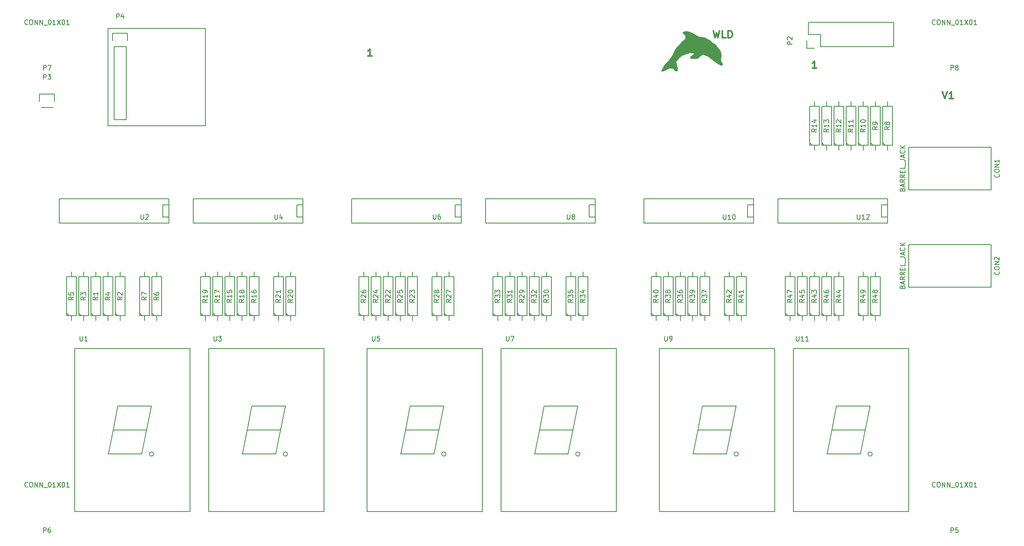
<source format=gbr>
G04 #@! TF.FileFunction,Legend,Top*
%FSLAX46Y46*%
G04 Gerber Fmt 4.6, Leading zero omitted, Abs format (unit mm)*
G04 Created by KiCad (PCBNEW (2015-01-16 BZR 5376)-product) date 4/27/2015 10:46:34 PM*
%MOMM*%
G01*
G04 APERTURE LIST*
%ADD10C,0.100000*%
%ADD11C,0.300000*%
%ADD12C,0.200000*%
%ADD13C,0.150000*%
G04 APERTURE END LIST*
D10*
D11*
X213788572Y-28618571D02*
X212931429Y-28618571D01*
X213360001Y-28618571D02*
X213360001Y-27118571D01*
X213217144Y-27332857D01*
X213074286Y-27475714D01*
X212931429Y-27547143D01*
X121078572Y-26078571D02*
X120221429Y-26078571D01*
X120650001Y-26078571D02*
X120650001Y-24578571D01*
X120507144Y-24792857D01*
X120364286Y-24935714D01*
X120221429Y-25007143D01*
X192310000Y-20768571D02*
X192667143Y-22268571D01*
X192952857Y-21197143D01*
X193238571Y-22268571D01*
X193595714Y-20768571D01*
X194881429Y-22268571D02*
X194167143Y-22268571D01*
X194167143Y-20768571D01*
X195381429Y-22268571D02*
X195381429Y-20768571D01*
X195738572Y-20768571D01*
X195952857Y-20840000D01*
X196095715Y-20982857D01*
X196167143Y-21125714D01*
X196238572Y-21411429D01*
X196238572Y-21625714D01*
X196167143Y-21911429D01*
X196095715Y-22054286D01*
X195952857Y-22197143D01*
X195738572Y-22268571D01*
X195381429Y-22268571D01*
X240085715Y-33468571D02*
X240585715Y-34968571D01*
X241085715Y-33468571D01*
X242371429Y-34968571D02*
X241514286Y-34968571D01*
X241942858Y-34968571D02*
X241942858Y-33468571D01*
X241800001Y-33682857D01*
X241657143Y-33825714D01*
X241514286Y-33897143D01*
D12*
X86360000Y-20320000D02*
X66040000Y-20320000D01*
X86360000Y-40640000D02*
X86360000Y-20320000D01*
X66040000Y-40640000D02*
X86360000Y-40640000D01*
X66040000Y-20320000D02*
X66040000Y-40640000D01*
D13*
X229870000Y-19050000D02*
X212090000Y-19050000D01*
X214630000Y-24130000D02*
X229870000Y-24130000D01*
X229870000Y-19050000D02*
X229870000Y-24130000D01*
X212090000Y-19050000D02*
X212090000Y-21590000D01*
X211810000Y-22860000D02*
X211810000Y-24410000D01*
X212090000Y-21590000D02*
X214630000Y-21590000D01*
X214630000Y-21590000D02*
X214630000Y-24130000D01*
X211810000Y-24410000D02*
X213360000Y-24410000D01*
X54890000Y-34010000D02*
X54890000Y-35560000D01*
X51790000Y-35560000D02*
X51790000Y-34010000D01*
X51790000Y-34010000D02*
X54890000Y-34010000D01*
X52070000Y-36830000D02*
X54610000Y-36830000D01*
X69850000Y-24130000D02*
X69850000Y-39370000D01*
X69850000Y-39370000D02*
X67310000Y-39370000D01*
X67310000Y-39370000D02*
X67310000Y-24130000D01*
X70130000Y-21310000D02*
X70130000Y-22860000D01*
X69850000Y-24130000D02*
X67310000Y-24130000D01*
X67030000Y-22860000D02*
X67030000Y-21310000D01*
X67030000Y-21310000D02*
X70130000Y-21310000D01*
X63500000Y-81280000D02*
X63500000Y-80264000D01*
X63500000Y-80264000D02*
X62484000Y-80264000D01*
X62484000Y-80264000D02*
X62484000Y-72136000D01*
X62484000Y-72136000D02*
X64516000Y-72136000D01*
X64516000Y-72136000D02*
X64516000Y-80264000D01*
X64516000Y-80264000D02*
X63500000Y-80264000D01*
X62992000Y-80264000D02*
X62484000Y-79756000D01*
X63500000Y-71120000D02*
X63500000Y-72136000D01*
X68580000Y-81280000D02*
X68580000Y-80264000D01*
X68580000Y-80264000D02*
X67564000Y-80264000D01*
X67564000Y-80264000D02*
X67564000Y-72136000D01*
X67564000Y-72136000D02*
X69596000Y-72136000D01*
X69596000Y-72136000D02*
X69596000Y-80264000D01*
X69596000Y-80264000D02*
X68580000Y-80264000D01*
X68072000Y-80264000D02*
X67564000Y-79756000D01*
X68580000Y-71120000D02*
X68580000Y-72136000D01*
X60960000Y-81280000D02*
X60960000Y-80264000D01*
X60960000Y-80264000D02*
X59944000Y-80264000D01*
X59944000Y-80264000D02*
X59944000Y-72136000D01*
X59944000Y-72136000D02*
X61976000Y-72136000D01*
X61976000Y-72136000D02*
X61976000Y-80264000D01*
X61976000Y-80264000D02*
X60960000Y-80264000D01*
X60452000Y-80264000D02*
X59944000Y-79756000D01*
X60960000Y-71120000D02*
X60960000Y-72136000D01*
X66040000Y-81280000D02*
X66040000Y-80264000D01*
X66040000Y-80264000D02*
X65024000Y-80264000D01*
X65024000Y-80264000D02*
X65024000Y-72136000D01*
X65024000Y-72136000D02*
X67056000Y-72136000D01*
X67056000Y-72136000D02*
X67056000Y-80264000D01*
X67056000Y-80264000D02*
X66040000Y-80264000D01*
X65532000Y-80264000D02*
X65024000Y-79756000D01*
X66040000Y-71120000D02*
X66040000Y-72136000D01*
X58420000Y-81280000D02*
X58420000Y-80264000D01*
X58420000Y-80264000D02*
X57404000Y-80264000D01*
X57404000Y-80264000D02*
X57404000Y-72136000D01*
X57404000Y-72136000D02*
X59436000Y-72136000D01*
X59436000Y-72136000D02*
X59436000Y-80264000D01*
X59436000Y-80264000D02*
X58420000Y-80264000D01*
X57912000Y-80264000D02*
X57404000Y-79756000D01*
X58420000Y-71120000D02*
X58420000Y-72136000D01*
X76200000Y-81280000D02*
X76200000Y-80264000D01*
X76200000Y-80264000D02*
X75184000Y-80264000D01*
X75184000Y-80264000D02*
X75184000Y-72136000D01*
X75184000Y-72136000D02*
X77216000Y-72136000D01*
X77216000Y-72136000D02*
X77216000Y-80264000D01*
X77216000Y-80264000D02*
X76200000Y-80264000D01*
X75692000Y-80264000D02*
X75184000Y-79756000D01*
X76200000Y-71120000D02*
X76200000Y-72136000D01*
X73660000Y-81280000D02*
X73660000Y-80264000D01*
X73660000Y-80264000D02*
X72644000Y-80264000D01*
X72644000Y-80264000D02*
X72644000Y-72136000D01*
X72644000Y-72136000D02*
X74676000Y-72136000D01*
X74676000Y-72136000D02*
X74676000Y-80264000D01*
X74676000Y-80264000D02*
X73660000Y-80264000D01*
X73152000Y-80264000D02*
X72644000Y-79756000D01*
X73660000Y-71120000D02*
X73660000Y-72136000D01*
X228600000Y-45720000D02*
X228600000Y-44704000D01*
X228600000Y-44704000D02*
X227584000Y-44704000D01*
X227584000Y-44704000D02*
X227584000Y-36576000D01*
X227584000Y-36576000D02*
X229616000Y-36576000D01*
X229616000Y-36576000D02*
X229616000Y-44704000D01*
X229616000Y-44704000D02*
X228600000Y-44704000D01*
X228092000Y-44704000D02*
X227584000Y-44196000D01*
X228600000Y-35560000D02*
X228600000Y-36576000D01*
X226060000Y-45720000D02*
X226060000Y-44704000D01*
X226060000Y-44704000D02*
X225044000Y-44704000D01*
X225044000Y-44704000D02*
X225044000Y-36576000D01*
X225044000Y-36576000D02*
X227076000Y-36576000D01*
X227076000Y-36576000D02*
X227076000Y-44704000D01*
X227076000Y-44704000D02*
X226060000Y-44704000D01*
X225552000Y-44704000D02*
X225044000Y-44196000D01*
X226060000Y-35560000D02*
X226060000Y-36576000D01*
X223520000Y-45720000D02*
X223520000Y-44704000D01*
X223520000Y-44704000D02*
X222504000Y-44704000D01*
X222504000Y-44704000D02*
X222504000Y-36576000D01*
X222504000Y-36576000D02*
X224536000Y-36576000D01*
X224536000Y-36576000D02*
X224536000Y-44704000D01*
X224536000Y-44704000D02*
X223520000Y-44704000D01*
X223012000Y-44704000D02*
X222504000Y-44196000D01*
X223520000Y-35560000D02*
X223520000Y-36576000D01*
X220980000Y-45720000D02*
X220980000Y-44704000D01*
X220980000Y-44704000D02*
X219964000Y-44704000D01*
X219964000Y-44704000D02*
X219964000Y-36576000D01*
X219964000Y-36576000D02*
X221996000Y-36576000D01*
X221996000Y-36576000D02*
X221996000Y-44704000D01*
X221996000Y-44704000D02*
X220980000Y-44704000D01*
X220472000Y-44704000D02*
X219964000Y-44196000D01*
X220980000Y-35560000D02*
X220980000Y-36576000D01*
X218440000Y-45720000D02*
X218440000Y-44704000D01*
X218440000Y-44704000D02*
X217424000Y-44704000D01*
X217424000Y-44704000D02*
X217424000Y-36576000D01*
X217424000Y-36576000D02*
X219456000Y-36576000D01*
X219456000Y-36576000D02*
X219456000Y-44704000D01*
X219456000Y-44704000D02*
X218440000Y-44704000D01*
X217932000Y-44704000D02*
X217424000Y-44196000D01*
X218440000Y-35560000D02*
X218440000Y-36576000D01*
X215900000Y-45720000D02*
X215900000Y-44704000D01*
X215900000Y-44704000D02*
X214884000Y-44704000D01*
X214884000Y-44704000D02*
X214884000Y-36576000D01*
X214884000Y-36576000D02*
X216916000Y-36576000D01*
X216916000Y-36576000D02*
X216916000Y-44704000D01*
X216916000Y-44704000D02*
X215900000Y-44704000D01*
X215392000Y-44704000D02*
X214884000Y-44196000D01*
X215900000Y-35560000D02*
X215900000Y-36576000D01*
X213360000Y-45720000D02*
X213360000Y-44704000D01*
X213360000Y-44704000D02*
X212344000Y-44704000D01*
X212344000Y-44704000D02*
X212344000Y-36576000D01*
X212344000Y-36576000D02*
X214376000Y-36576000D01*
X214376000Y-36576000D02*
X214376000Y-44704000D01*
X214376000Y-44704000D02*
X213360000Y-44704000D01*
X212852000Y-44704000D02*
X212344000Y-44196000D01*
X213360000Y-35560000D02*
X213360000Y-36576000D01*
X91440000Y-81280000D02*
X91440000Y-80264000D01*
X91440000Y-80264000D02*
X90424000Y-80264000D01*
X90424000Y-80264000D02*
X90424000Y-72136000D01*
X90424000Y-72136000D02*
X92456000Y-72136000D01*
X92456000Y-72136000D02*
X92456000Y-80264000D01*
X92456000Y-80264000D02*
X91440000Y-80264000D01*
X90932000Y-80264000D02*
X90424000Y-79756000D01*
X91440000Y-71120000D02*
X91440000Y-72136000D01*
X96520000Y-81280000D02*
X96520000Y-80264000D01*
X96520000Y-80264000D02*
X95504000Y-80264000D01*
X95504000Y-80264000D02*
X95504000Y-72136000D01*
X95504000Y-72136000D02*
X97536000Y-72136000D01*
X97536000Y-72136000D02*
X97536000Y-80264000D01*
X97536000Y-80264000D02*
X96520000Y-80264000D01*
X96012000Y-80264000D02*
X95504000Y-79756000D01*
X96520000Y-71120000D02*
X96520000Y-72136000D01*
X88900000Y-81280000D02*
X88900000Y-80264000D01*
X88900000Y-80264000D02*
X87884000Y-80264000D01*
X87884000Y-80264000D02*
X87884000Y-72136000D01*
X87884000Y-72136000D02*
X89916000Y-72136000D01*
X89916000Y-72136000D02*
X89916000Y-80264000D01*
X89916000Y-80264000D02*
X88900000Y-80264000D01*
X88392000Y-80264000D02*
X87884000Y-79756000D01*
X88900000Y-71120000D02*
X88900000Y-72136000D01*
X93980000Y-81280000D02*
X93980000Y-80264000D01*
X93980000Y-80264000D02*
X92964000Y-80264000D01*
X92964000Y-80264000D02*
X92964000Y-72136000D01*
X92964000Y-72136000D02*
X94996000Y-72136000D01*
X94996000Y-72136000D02*
X94996000Y-80264000D01*
X94996000Y-80264000D02*
X93980000Y-80264000D01*
X93472000Y-80264000D02*
X92964000Y-79756000D01*
X93980000Y-71120000D02*
X93980000Y-72136000D01*
X86360000Y-81280000D02*
X86360000Y-80264000D01*
X86360000Y-80264000D02*
X85344000Y-80264000D01*
X85344000Y-80264000D02*
X85344000Y-72136000D01*
X85344000Y-72136000D02*
X87376000Y-72136000D01*
X87376000Y-72136000D02*
X87376000Y-80264000D01*
X87376000Y-80264000D02*
X86360000Y-80264000D01*
X85852000Y-80264000D02*
X85344000Y-79756000D01*
X86360000Y-71120000D02*
X86360000Y-72136000D01*
X104140000Y-81280000D02*
X104140000Y-80264000D01*
X104140000Y-80264000D02*
X103124000Y-80264000D01*
X103124000Y-80264000D02*
X103124000Y-72136000D01*
X103124000Y-72136000D02*
X105156000Y-72136000D01*
X105156000Y-72136000D02*
X105156000Y-80264000D01*
X105156000Y-80264000D02*
X104140000Y-80264000D01*
X103632000Y-80264000D02*
X103124000Y-79756000D01*
X104140000Y-71120000D02*
X104140000Y-72136000D01*
X101600000Y-81280000D02*
X101600000Y-80264000D01*
X101600000Y-80264000D02*
X100584000Y-80264000D01*
X100584000Y-80264000D02*
X100584000Y-72136000D01*
X100584000Y-72136000D02*
X102616000Y-72136000D01*
X102616000Y-72136000D02*
X102616000Y-80264000D01*
X102616000Y-80264000D02*
X101600000Y-80264000D01*
X101092000Y-80264000D02*
X100584000Y-79756000D01*
X101600000Y-71120000D02*
X101600000Y-72136000D01*
X124460000Y-81280000D02*
X124460000Y-80264000D01*
X124460000Y-80264000D02*
X123444000Y-80264000D01*
X123444000Y-80264000D02*
X123444000Y-72136000D01*
X123444000Y-72136000D02*
X125476000Y-72136000D01*
X125476000Y-72136000D02*
X125476000Y-80264000D01*
X125476000Y-80264000D02*
X124460000Y-80264000D01*
X123952000Y-80264000D02*
X123444000Y-79756000D01*
X124460000Y-71120000D02*
X124460000Y-72136000D01*
X129540000Y-81280000D02*
X129540000Y-80264000D01*
X129540000Y-80264000D02*
X128524000Y-80264000D01*
X128524000Y-80264000D02*
X128524000Y-72136000D01*
X128524000Y-72136000D02*
X130556000Y-72136000D01*
X130556000Y-72136000D02*
X130556000Y-80264000D01*
X130556000Y-80264000D02*
X129540000Y-80264000D01*
X129032000Y-80264000D02*
X128524000Y-79756000D01*
X129540000Y-71120000D02*
X129540000Y-72136000D01*
X121920000Y-81280000D02*
X121920000Y-80264000D01*
X121920000Y-80264000D02*
X120904000Y-80264000D01*
X120904000Y-80264000D02*
X120904000Y-72136000D01*
X120904000Y-72136000D02*
X122936000Y-72136000D01*
X122936000Y-72136000D02*
X122936000Y-80264000D01*
X122936000Y-80264000D02*
X121920000Y-80264000D01*
X121412000Y-80264000D02*
X120904000Y-79756000D01*
X121920000Y-71120000D02*
X121920000Y-72136000D01*
X127000000Y-81280000D02*
X127000000Y-80264000D01*
X127000000Y-80264000D02*
X125984000Y-80264000D01*
X125984000Y-80264000D02*
X125984000Y-72136000D01*
X125984000Y-72136000D02*
X128016000Y-72136000D01*
X128016000Y-72136000D02*
X128016000Y-80264000D01*
X128016000Y-80264000D02*
X127000000Y-80264000D01*
X126492000Y-80264000D02*
X125984000Y-79756000D01*
X127000000Y-71120000D02*
X127000000Y-72136000D01*
X119380000Y-81280000D02*
X119380000Y-80264000D01*
X119380000Y-80264000D02*
X118364000Y-80264000D01*
X118364000Y-80264000D02*
X118364000Y-72136000D01*
X118364000Y-72136000D02*
X120396000Y-72136000D01*
X120396000Y-72136000D02*
X120396000Y-80264000D01*
X120396000Y-80264000D02*
X119380000Y-80264000D01*
X118872000Y-80264000D02*
X118364000Y-79756000D01*
X119380000Y-71120000D02*
X119380000Y-72136000D01*
X137160000Y-81280000D02*
X137160000Y-80264000D01*
X137160000Y-80264000D02*
X136144000Y-80264000D01*
X136144000Y-80264000D02*
X136144000Y-72136000D01*
X136144000Y-72136000D02*
X138176000Y-72136000D01*
X138176000Y-72136000D02*
X138176000Y-80264000D01*
X138176000Y-80264000D02*
X137160000Y-80264000D01*
X136652000Y-80264000D02*
X136144000Y-79756000D01*
X137160000Y-71120000D02*
X137160000Y-72136000D01*
X134620000Y-81280000D02*
X134620000Y-80264000D01*
X134620000Y-80264000D02*
X133604000Y-80264000D01*
X133604000Y-80264000D02*
X133604000Y-72136000D01*
X133604000Y-72136000D02*
X135636000Y-72136000D01*
X135636000Y-72136000D02*
X135636000Y-80264000D01*
X135636000Y-80264000D02*
X134620000Y-80264000D01*
X134112000Y-80264000D02*
X133604000Y-79756000D01*
X134620000Y-71120000D02*
X134620000Y-72136000D01*
X152400000Y-81280000D02*
X152400000Y-80264000D01*
X152400000Y-80264000D02*
X151384000Y-80264000D01*
X151384000Y-80264000D02*
X151384000Y-72136000D01*
X151384000Y-72136000D02*
X153416000Y-72136000D01*
X153416000Y-72136000D02*
X153416000Y-80264000D01*
X153416000Y-80264000D02*
X152400000Y-80264000D01*
X151892000Y-80264000D02*
X151384000Y-79756000D01*
X152400000Y-71120000D02*
X152400000Y-72136000D01*
X157480000Y-81280000D02*
X157480000Y-80264000D01*
X157480000Y-80264000D02*
X156464000Y-80264000D01*
X156464000Y-80264000D02*
X156464000Y-72136000D01*
X156464000Y-72136000D02*
X158496000Y-72136000D01*
X158496000Y-72136000D02*
X158496000Y-80264000D01*
X158496000Y-80264000D02*
X157480000Y-80264000D01*
X156972000Y-80264000D02*
X156464000Y-79756000D01*
X157480000Y-71120000D02*
X157480000Y-72136000D01*
X149860000Y-81280000D02*
X149860000Y-80264000D01*
X149860000Y-80264000D02*
X148844000Y-80264000D01*
X148844000Y-80264000D02*
X148844000Y-72136000D01*
X148844000Y-72136000D02*
X150876000Y-72136000D01*
X150876000Y-72136000D02*
X150876000Y-80264000D01*
X150876000Y-80264000D02*
X149860000Y-80264000D01*
X149352000Y-80264000D02*
X148844000Y-79756000D01*
X149860000Y-71120000D02*
X149860000Y-72136000D01*
X154940000Y-81280000D02*
X154940000Y-80264000D01*
X154940000Y-80264000D02*
X153924000Y-80264000D01*
X153924000Y-80264000D02*
X153924000Y-72136000D01*
X153924000Y-72136000D02*
X155956000Y-72136000D01*
X155956000Y-72136000D02*
X155956000Y-80264000D01*
X155956000Y-80264000D02*
X154940000Y-80264000D01*
X154432000Y-80264000D02*
X153924000Y-79756000D01*
X154940000Y-71120000D02*
X154940000Y-72136000D01*
X147320000Y-81280000D02*
X147320000Y-80264000D01*
X147320000Y-80264000D02*
X146304000Y-80264000D01*
X146304000Y-80264000D02*
X146304000Y-72136000D01*
X146304000Y-72136000D02*
X148336000Y-72136000D01*
X148336000Y-72136000D02*
X148336000Y-80264000D01*
X148336000Y-80264000D02*
X147320000Y-80264000D01*
X146812000Y-80264000D02*
X146304000Y-79756000D01*
X147320000Y-71120000D02*
X147320000Y-72136000D01*
X165100000Y-81280000D02*
X165100000Y-80264000D01*
X165100000Y-80264000D02*
X164084000Y-80264000D01*
X164084000Y-80264000D02*
X164084000Y-72136000D01*
X164084000Y-72136000D02*
X166116000Y-72136000D01*
X166116000Y-72136000D02*
X166116000Y-80264000D01*
X166116000Y-80264000D02*
X165100000Y-80264000D01*
X164592000Y-80264000D02*
X164084000Y-79756000D01*
X165100000Y-71120000D02*
X165100000Y-72136000D01*
X162560000Y-81280000D02*
X162560000Y-80264000D01*
X162560000Y-80264000D02*
X161544000Y-80264000D01*
X161544000Y-80264000D02*
X161544000Y-72136000D01*
X161544000Y-72136000D02*
X163576000Y-72136000D01*
X163576000Y-72136000D02*
X163576000Y-80264000D01*
X163576000Y-80264000D02*
X162560000Y-80264000D01*
X162052000Y-80264000D02*
X161544000Y-79756000D01*
X162560000Y-71120000D02*
X162560000Y-72136000D01*
X185420000Y-81280000D02*
X185420000Y-80264000D01*
X185420000Y-80264000D02*
X184404000Y-80264000D01*
X184404000Y-80264000D02*
X184404000Y-72136000D01*
X184404000Y-72136000D02*
X186436000Y-72136000D01*
X186436000Y-72136000D02*
X186436000Y-80264000D01*
X186436000Y-80264000D02*
X185420000Y-80264000D01*
X184912000Y-80264000D02*
X184404000Y-79756000D01*
X185420000Y-71120000D02*
X185420000Y-72136000D01*
X190500000Y-81280000D02*
X190500000Y-80264000D01*
X190500000Y-80264000D02*
X189484000Y-80264000D01*
X189484000Y-80264000D02*
X189484000Y-72136000D01*
X189484000Y-72136000D02*
X191516000Y-72136000D01*
X191516000Y-72136000D02*
X191516000Y-80264000D01*
X191516000Y-80264000D02*
X190500000Y-80264000D01*
X189992000Y-80264000D02*
X189484000Y-79756000D01*
X190500000Y-71120000D02*
X190500000Y-72136000D01*
X182880000Y-81280000D02*
X182880000Y-80264000D01*
X182880000Y-80264000D02*
X181864000Y-80264000D01*
X181864000Y-80264000D02*
X181864000Y-72136000D01*
X181864000Y-72136000D02*
X183896000Y-72136000D01*
X183896000Y-72136000D02*
X183896000Y-80264000D01*
X183896000Y-80264000D02*
X182880000Y-80264000D01*
X182372000Y-80264000D02*
X181864000Y-79756000D01*
X182880000Y-71120000D02*
X182880000Y-72136000D01*
X187960000Y-81280000D02*
X187960000Y-80264000D01*
X187960000Y-80264000D02*
X186944000Y-80264000D01*
X186944000Y-80264000D02*
X186944000Y-72136000D01*
X186944000Y-72136000D02*
X188976000Y-72136000D01*
X188976000Y-72136000D02*
X188976000Y-80264000D01*
X188976000Y-80264000D02*
X187960000Y-80264000D01*
X187452000Y-80264000D02*
X186944000Y-79756000D01*
X187960000Y-71120000D02*
X187960000Y-72136000D01*
X180340000Y-81280000D02*
X180340000Y-80264000D01*
X180340000Y-80264000D02*
X179324000Y-80264000D01*
X179324000Y-80264000D02*
X179324000Y-72136000D01*
X179324000Y-72136000D02*
X181356000Y-72136000D01*
X181356000Y-72136000D02*
X181356000Y-80264000D01*
X181356000Y-80264000D02*
X180340000Y-80264000D01*
X179832000Y-80264000D02*
X179324000Y-79756000D01*
X180340000Y-71120000D02*
X180340000Y-72136000D01*
X198120000Y-81280000D02*
X198120000Y-80264000D01*
X198120000Y-80264000D02*
X197104000Y-80264000D01*
X197104000Y-80264000D02*
X197104000Y-72136000D01*
X197104000Y-72136000D02*
X199136000Y-72136000D01*
X199136000Y-72136000D02*
X199136000Y-80264000D01*
X199136000Y-80264000D02*
X198120000Y-80264000D01*
X197612000Y-80264000D02*
X197104000Y-79756000D01*
X198120000Y-71120000D02*
X198120000Y-72136000D01*
X195580000Y-81280000D02*
X195580000Y-80264000D01*
X195580000Y-80264000D02*
X194564000Y-80264000D01*
X194564000Y-80264000D02*
X194564000Y-72136000D01*
X194564000Y-72136000D02*
X196596000Y-72136000D01*
X196596000Y-72136000D02*
X196596000Y-80264000D01*
X196596000Y-80264000D02*
X195580000Y-80264000D01*
X195072000Y-80264000D02*
X194564000Y-79756000D01*
X195580000Y-71120000D02*
X195580000Y-72136000D01*
X213360000Y-81280000D02*
X213360000Y-80264000D01*
X213360000Y-80264000D02*
X212344000Y-80264000D01*
X212344000Y-80264000D02*
X212344000Y-72136000D01*
X212344000Y-72136000D02*
X214376000Y-72136000D01*
X214376000Y-72136000D02*
X214376000Y-80264000D01*
X214376000Y-80264000D02*
X213360000Y-80264000D01*
X212852000Y-80264000D02*
X212344000Y-79756000D01*
X213360000Y-71120000D02*
X213360000Y-72136000D01*
X218440000Y-81280000D02*
X218440000Y-80264000D01*
X218440000Y-80264000D02*
X217424000Y-80264000D01*
X217424000Y-80264000D02*
X217424000Y-72136000D01*
X217424000Y-72136000D02*
X219456000Y-72136000D01*
X219456000Y-72136000D02*
X219456000Y-80264000D01*
X219456000Y-80264000D02*
X218440000Y-80264000D01*
X217932000Y-80264000D02*
X217424000Y-79756000D01*
X218440000Y-71120000D02*
X218440000Y-72136000D01*
X210820000Y-81280000D02*
X210820000Y-80264000D01*
X210820000Y-80264000D02*
X209804000Y-80264000D01*
X209804000Y-80264000D02*
X209804000Y-72136000D01*
X209804000Y-72136000D02*
X211836000Y-72136000D01*
X211836000Y-72136000D02*
X211836000Y-80264000D01*
X211836000Y-80264000D02*
X210820000Y-80264000D01*
X210312000Y-80264000D02*
X209804000Y-79756000D01*
X210820000Y-71120000D02*
X210820000Y-72136000D01*
X215900000Y-81280000D02*
X215900000Y-80264000D01*
X215900000Y-80264000D02*
X214884000Y-80264000D01*
X214884000Y-80264000D02*
X214884000Y-72136000D01*
X214884000Y-72136000D02*
X216916000Y-72136000D01*
X216916000Y-72136000D02*
X216916000Y-80264000D01*
X216916000Y-80264000D02*
X215900000Y-80264000D01*
X215392000Y-80264000D02*
X214884000Y-79756000D01*
X215900000Y-71120000D02*
X215900000Y-72136000D01*
X208280000Y-81280000D02*
X208280000Y-80264000D01*
X208280000Y-80264000D02*
X207264000Y-80264000D01*
X207264000Y-80264000D02*
X207264000Y-72136000D01*
X207264000Y-72136000D02*
X209296000Y-72136000D01*
X209296000Y-72136000D02*
X209296000Y-80264000D01*
X209296000Y-80264000D02*
X208280000Y-80264000D01*
X207772000Y-80264000D02*
X207264000Y-79756000D01*
X208280000Y-71120000D02*
X208280000Y-72136000D01*
X226060000Y-81280000D02*
X226060000Y-80264000D01*
X226060000Y-80264000D02*
X225044000Y-80264000D01*
X225044000Y-80264000D02*
X225044000Y-72136000D01*
X225044000Y-72136000D02*
X227076000Y-72136000D01*
X227076000Y-72136000D02*
X227076000Y-80264000D01*
X227076000Y-80264000D02*
X226060000Y-80264000D01*
X225552000Y-80264000D02*
X225044000Y-79756000D01*
X226060000Y-71120000D02*
X226060000Y-72136000D01*
X223520000Y-81280000D02*
X223520000Y-80264000D01*
X223520000Y-80264000D02*
X222504000Y-80264000D01*
X222504000Y-80264000D02*
X222504000Y-72136000D01*
X222504000Y-72136000D02*
X224536000Y-72136000D01*
X224536000Y-72136000D02*
X224536000Y-80264000D01*
X224536000Y-80264000D02*
X223520000Y-80264000D01*
X223012000Y-80264000D02*
X222504000Y-79756000D01*
X223520000Y-71120000D02*
X223520000Y-72136000D01*
X75567214Y-109140000D02*
G75*
G03X75567214Y-109140000I-447214J0D01*
G01*
X68120000Y-99140000D02*
X67120000Y-104140000D01*
X67120000Y-104140000D02*
X66120000Y-109140000D01*
X66120000Y-109140000D02*
X73120000Y-109140000D01*
X73120000Y-109140000D02*
X74120000Y-104140000D01*
X75120000Y-99140000D02*
X74120000Y-104140000D01*
X74120000Y-104140000D02*
X67120000Y-104140000D01*
X68120000Y-99140000D02*
X75120000Y-99140000D01*
X59118500Y-87134700D02*
X83121500Y-87134700D01*
X59118500Y-121145300D02*
X59118500Y-87134700D01*
X83121500Y-121145300D02*
X83121500Y-87134700D01*
X59118500Y-121145300D02*
X83121500Y-121145300D01*
X78740000Y-59690000D02*
X78740000Y-59690000D01*
X78740000Y-59690000D02*
X77470000Y-59690000D01*
X77470000Y-59690000D02*
X77470000Y-57150000D01*
X77470000Y-57150000D02*
X78740000Y-57150000D01*
X78740000Y-60960000D02*
X55880000Y-60960000D01*
X55880000Y-60960000D02*
X55880000Y-55880000D01*
X55880000Y-55880000D02*
X78740000Y-55880000D01*
X78740000Y-55880000D02*
X78740000Y-60960000D01*
X103507214Y-109140000D02*
G75*
G03X103507214Y-109140000I-447214J0D01*
G01*
X96060000Y-99140000D02*
X95060000Y-104140000D01*
X95060000Y-104140000D02*
X94060000Y-109140000D01*
X94060000Y-109140000D02*
X101060000Y-109140000D01*
X101060000Y-109140000D02*
X102060000Y-104140000D01*
X103060000Y-99140000D02*
X102060000Y-104140000D01*
X102060000Y-104140000D02*
X95060000Y-104140000D01*
X96060000Y-99140000D02*
X103060000Y-99140000D01*
X87058500Y-87134700D02*
X111061500Y-87134700D01*
X87058500Y-121145300D02*
X87058500Y-87134700D01*
X111061500Y-121145300D02*
X111061500Y-87134700D01*
X87058500Y-121145300D02*
X111061500Y-121145300D01*
X106680000Y-59690000D02*
X106680000Y-59690000D01*
X106680000Y-59690000D02*
X105410000Y-59690000D01*
X105410000Y-59690000D02*
X105410000Y-57150000D01*
X105410000Y-57150000D02*
X106680000Y-57150000D01*
X106680000Y-60960000D02*
X83820000Y-60960000D01*
X83820000Y-60960000D02*
X83820000Y-55880000D01*
X83820000Y-55880000D02*
X106680000Y-55880000D01*
X106680000Y-55880000D02*
X106680000Y-60960000D01*
X136527214Y-109140000D02*
G75*
G03X136527214Y-109140000I-447214J0D01*
G01*
X129080000Y-99140000D02*
X128080000Y-104140000D01*
X128080000Y-104140000D02*
X127080000Y-109140000D01*
X127080000Y-109140000D02*
X134080000Y-109140000D01*
X134080000Y-109140000D02*
X135080000Y-104140000D01*
X136080000Y-99140000D02*
X135080000Y-104140000D01*
X135080000Y-104140000D02*
X128080000Y-104140000D01*
X129080000Y-99140000D02*
X136080000Y-99140000D01*
X120078500Y-87134700D02*
X144081500Y-87134700D01*
X120078500Y-121145300D02*
X120078500Y-87134700D01*
X144081500Y-121145300D02*
X144081500Y-87134700D01*
X120078500Y-121145300D02*
X144081500Y-121145300D01*
X139700000Y-59690000D02*
X139700000Y-59690000D01*
X139700000Y-59690000D02*
X138430000Y-59690000D01*
X138430000Y-59690000D02*
X138430000Y-57150000D01*
X138430000Y-57150000D02*
X139700000Y-57150000D01*
X139700000Y-60960000D02*
X116840000Y-60960000D01*
X116840000Y-60960000D02*
X116840000Y-55880000D01*
X116840000Y-55880000D02*
X139700000Y-55880000D01*
X139700000Y-55880000D02*
X139700000Y-60960000D01*
X164467214Y-109140000D02*
G75*
G03X164467214Y-109140000I-447214J0D01*
G01*
X157020000Y-99140000D02*
X156020000Y-104140000D01*
X156020000Y-104140000D02*
X155020000Y-109140000D01*
X155020000Y-109140000D02*
X162020000Y-109140000D01*
X162020000Y-109140000D02*
X163020000Y-104140000D01*
X164020000Y-99140000D02*
X163020000Y-104140000D01*
X163020000Y-104140000D02*
X156020000Y-104140000D01*
X157020000Y-99140000D02*
X164020000Y-99140000D01*
X148018500Y-87134700D02*
X172021500Y-87134700D01*
X148018500Y-121145300D02*
X148018500Y-87134700D01*
X172021500Y-121145300D02*
X172021500Y-87134700D01*
X148018500Y-121145300D02*
X172021500Y-121145300D01*
X167640000Y-59690000D02*
X167640000Y-59690000D01*
X167640000Y-59690000D02*
X166370000Y-59690000D01*
X166370000Y-59690000D02*
X166370000Y-57150000D01*
X166370000Y-57150000D02*
X167640000Y-57150000D01*
X167640000Y-60960000D02*
X144780000Y-60960000D01*
X144780000Y-60960000D02*
X144780000Y-55880000D01*
X144780000Y-55880000D02*
X167640000Y-55880000D01*
X167640000Y-55880000D02*
X167640000Y-60960000D01*
X197487214Y-109140000D02*
G75*
G03X197487214Y-109140000I-447214J0D01*
G01*
X190040000Y-99140000D02*
X189040000Y-104140000D01*
X189040000Y-104140000D02*
X188040000Y-109140000D01*
X188040000Y-109140000D02*
X195040000Y-109140000D01*
X195040000Y-109140000D02*
X196040000Y-104140000D01*
X197040000Y-99140000D02*
X196040000Y-104140000D01*
X196040000Y-104140000D02*
X189040000Y-104140000D01*
X190040000Y-99140000D02*
X197040000Y-99140000D01*
X181038500Y-87134700D02*
X205041500Y-87134700D01*
X181038500Y-121145300D02*
X181038500Y-87134700D01*
X205041500Y-121145300D02*
X205041500Y-87134700D01*
X181038500Y-121145300D02*
X205041500Y-121145300D01*
X200660000Y-59690000D02*
X200660000Y-59690000D01*
X200660000Y-59690000D02*
X199390000Y-59690000D01*
X199390000Y-59690000D02*
X199390000Y-57150000D01*
X199390000Y-57150000D02*
X200660000Y-57150000D01*
X200660000Y-60960000D02*
X177800000Y-60960000D01*
X177800000Y-60960000D02*
X177800000Y-55880000D01*
X177800000Y-55880000D02*
X200660000Y-55880000D01*
X200660000Y-55880000D02*
X200660000Y-60960000D01*
X225427214Y-109140000D02*
G75*
G03X225427214Y-109140000I-447214J0D01*
G01*
X217980000Y-99140000D02*
X216980000Y-104140000D01*
X216980000Y-104140000D02*
X215980000Y-109140000D01*
X215980000Y-109140000D02*
X222980000Y-109140000D01*
X222980000Y-109140000D02*
X223980000Y-104140000D01*
X224980000Y-99140000D02*
X223980000Y-104140000D01*
X223980000Y-104140000D02*
X216980000Y-104140000D01*
X217980000Y-99140000D02*
X224980000Y-99140000D01*
X208978500Y-87134700D02*
X232981500Y-87134700D01*
X208978500Y-121145300D02*
X208978500Y-87134700D01*
X232981500Y-121145300D02*
X232981500Y-87134700D01*
X208978500Y-121145300D02*
X232981500Y-121145300D01*
X228600000Y-59690000D02*
X228600000Y-59690000D01*
X228600000Y-59690000D02*
X227330000Y-59690000D01*
X227330000Y-59690000D02*
X227330000Y-57150000D01*
X227330000Y-57150000D02*
X228600000Y-57150000D01*
X228600000Y-60960000D02*
X205740000Y-60960000D01*
X205740000Y-60960000D02*
X205740000Y-55880000D01*
X205740000Y-55880000D02*
X228600000Y-55880000D01*
X228600000Y-55880000D02*
X228600000Y-60960000D01*
X235585000Y-53975000D02*
X233045000Y-53975000D01*
X233045000Y-53975000D02*
X233045000Y-45085000D01*
X233045000Y-45085000D02*
X235585000Y-45085000D01*
X250190000Y-45085000D02*
X235585000Y-45085000D01*
X250190000Y-45085000D02*
X250190000Y-53975000D01*
X250190000Y-53975000D02*
X235585000Y-53975000D01*
X235585000Y-74295000D02*
X233045000Y-74295000D01*
X233045000Y-74295000D02*
X233045000Y-65405000D01*
X233045000Y-65405000D02*
X235585000Y-65405000D01*
X250190000Y-65405000D02*
X235585000Y-65405000D01*
X250190000Y-65405000D02*
X250190000Y-74295000D01*
X250190000Y-74295000D02*
X235585000Y-74295000D01*
D10*
G36*
X194154469Y-27705487D02*
X194128479Y-27941876D01*
X194049597Y-28045556D01*
X193900055Y-28037447D01*
X193762197Y-27949952D01*
X193582732Y-27822472D01*
X193481898Y-27787600D01*
X193347665Y-27730555D01*
X193119515Y-27585440D01*
X192981898Y-27485626D01*
X192728862Y-27308800D01*
X192534105Y-27198649D01*
X192476953Y-27180826D01*
X192355462Y-27111551D01*
X192143950Y-26933798D01*
X191918153Y-26715913D01*
X191524264Y-26358134D01*
X191152072Y-26100346D01*
X190843137Y-25969579D01*
X190754000Y-25958800D01*
X190585628Y-25916187D01*
X190339994Y-25812594D01*
X190319551Y-25802521D01*
X190146212Y-25724738D01*
X190012137Y-25715861D01*
X189862655Y-25796523D01*
X189643095Y-25987359D01*
X189516542Y-26105600D01*
X189026800Y-26564957D01*
X188239400Y-26566678D01*
X187841979Y-26563011D01*
X187606225Y-26542837D01*
X187490692Y-26495628D01*
X187453934Y-26410855D01*
X187452000Y-26366641D01*
X187540737Y-26173011D01*
X187782460Y-25949010D01*
X187861649Y-25893789D01*
X188093202Y-25715062D01*
X188223408Y-25564016D01*
X188234753Y-25511348D01*
X188103774Y-25411506D01*
X187830746Y-25371092D01*
X187467440Y-25388521D01*
X187065629Y-25462207D01*
X186762141Y-25556447D01*
X186387320Y-25698107D01*
X186038938Y-25829700D01*
X185864466Y-25895555D01*
X185587415Y-26047508D01*
X185288809Y-26286123D01*
X184998092Y-26575755D01*
X184744707Y-26880763D01*
X184558096Y-27165501D01*
X184467701Y-27394328D01*
X184502965Y-27531599D01*
X184509431Y-27535967D01*
X184575982Y-27669557D01*
X184606921Y-27913876D01*
X184607200Y-27940000D01*
X184634574Y-28190943D01*
X184701237Y-28340776D01*
X184708800Y-28346400D01*
X184782507Y-28480950D01*
X184811441Y-28712471D01*
X184798369Y-28962648D01*
X184746063Y-29153166D01*
X184678255Y-29210000D01*
X184432397Y-29153651D01*
X184176336Y-29018448D01*
X183996615Y-28855150D01*
X183965043Y-28791677D01*
X183826036Y-28619200D01*
X183546809Y-28563291D01*
X183152691Y-28622682D01*
X182669009Y-28796108D01*
X182523500Y-28863703D01*
X182056494Y-29068731D01*
X181690388Y-29184765D01*
X181449041Y-29206552D01*
X181356316Y-29128836D01*
X181356000Y-29120840D01*
X181425479Y-28988194D01*
X181506838Y-28906496D01*
X181641592Y-28742903D01*
X181806887Y-28475007D01*
X181876363Y-28343432D01*
X182063623Y-28045722D01*
X182341590Y-27691318D01*
X182639925Y-27367447D01*
X182902550Y-27093785D01*
X183095776Y-26865186D01*
X183183093Y-26725393D01*
X183184799Y-26714617D01*
X183253702Y-26566346D01*
X183387999Y-26416000D01*
X183540356Y-26236997D01*
X183591199Y-26111200D01*
X183660309Y-25958002D01*
X183794400Y-25806400D01*
X183948366Y-25605659D01*
X183997600Y-25446666D01*
X184053913Y-25181952D01*
X184229574Y-24842961D01*
X184534662Y-24415159D01*
X184979257Y-23884010D01*
X185411268Y-23408061D01*
X185709138Y-23102831D01*
X185967766Y-22864925D01*
X186149335Y-22727877D01*
X186201183Y-22707600D01*
X186368606Y-22624063D01*
X186458029Y-22412125D01*
X186472334Y-22129797D01*
X186414400Y-21835087D01*
X186287106Y-21586007D01*
X186139223Y-21459552D01*
X185911750Y-21305052D01*
X185885157Y-21164262D01*
X186058573Y-21026686D01*
X186101521Y-21005800D01*
X186437312Y-20899003D01*
X186801150Y-20894074D01*
X187231800Y-20997773D01*
X187768026Y-21216864D01*
X188027811Y-21341821D01*
X188433224Y-21551134D01*
X188775759Y-21742986D01*
X189009896Y-21891064D01*
X189082431Y-21951421D01*
X189284549Y-22053040D01*
X189663748Y-22096605D01*
X189764603Y-22097999D01*
X190183004Y-22129212D01*
X190537181Y-22245928D01*
X190820489Y-22402799D01*
X191103460Y-22568811D01*
X191317384Y-22679515D01*
X191396917Y-22707600D01*
X191511883Y-22774763D01*
X191701047Y-22942677D01*
X191770000Y-23012400D01*
X191982576Y-23204089D01*
X192156137Y-23309911D01*
X192191168Y-23317200D01*
X192352478Y-23394629D01*
X192593115Y-23600560D01*
X192878152Y-23895454D01*
X193172665Y-24239776D01*
X193441728Y-24593988D01*
X193650415Y-24918554D01*
X193713571Y-25040618D01*
X193853617Y-25388448D01*
X193919223Y-25708034D01*
X193913805Y-26065557D01*
X193840780Y-26527199D01*
X193800422Y-26723087D01*
X193790690Y-26995794D01*
X193926075Y-27202694D01*
X193946260Y-27221434D01*
X194090284Y-27437860D01*
X194154469Y-27705487D01*
X194154469Y-27705487D01*
X194154469Y-27705487D01*
G37*
X194154469Y-27705487D02*
X194128479Y-27941876D01*
X194049597Y-28045556D01*
X193900055Y-28037447D01*
X193762197Y-27949952D01*
X193582732Y-27822472D01*
X193481898Y-27787600D01*
X193347665Y-27730555D01*
X193119515Y-27585440D01*
X192981898Y-27485626D01*
X192728862Y-27308800D01*
X192534105Y-27198649D01*
X192476953Y-27180826D01*
X192355462Y-27111551D01*
X192143950Y-26933798D01*
X191918153Y-26715913D01*
X191524264Y-26358134D01*
X191152072Y-26100346D01*
X190843137Y-25969579D01*
X190754000Y-25958800D01*
X190585628Y-25916187D01*
X190339994Y-25812594D01*
X190319551Y-25802521D01*
X190146212Y-25724738D01*
X190012137Y-25715861D01*
X189862655Y-25796523D01*
X189643095Y-25987359D01*
X189516542Y-26105600D01*
X189026800Y-26564957D01*
X188239400Y-26566678D01*
X187841979Y-26563011D01*
X187606225Y-26542837D01*
X187490692Y-26495628D01*
X187453934Y-26410855D01*
X187452000Y-26366641D01*
X187540737Y-26173011D01*
X187782460Y-25949010D01*
X187861649Y-25893789D01*
X188093202Y-25715062D01*
X188223408Y-25564016D01*
X188234753Y-25511348D01*
X188103774Y-25411506D01*
X187830746Y-25371092D01*
X187467440Y-25388521D01*
X187065629Y-25462207D01*
X186762141Y-25556447D01*
X186387320Y-25698107D01*
X186038938Y-25829700D01*
X185864466Y-25895555D01*
X185587415Y-26047508D01*
X185288809Y-26286123D01*
X184998092Y-26575755D01*
X184744707Y-26880763D01*
X184558096Y-27165501D01*
X184467701Y-27394328D01*
X184502965Y-27531599D01*
X184509431Y-27535967D01*
X184575982Y-27669557D01*
X184606921Y-27913876D01*
X184607200Y-27940000D01*
X184634574Y-28190943D01*
X184701237Y-28340776D01*
X184708800Y-28346400D01*
X184782507Y-28480950D01*
X184811441Y-28712471D01*
X184798369Y-28962648D01*
X184746063Y-29153166D01*
X184678255Y-29210000D01*
X184432397Y-29153651D01*
X184176336Y-29018448D01*
X183996615Y-28855150D01*
X183965043Y-28791677D01*
X183826036Y-28619200D01*
X183546809Y-28563291D01*
X183152691Y-28622682D01*
X182669009Y-28796108D01*
X182523500Y-28863703D01*
X182056494Y-29068731D01*
X181690388Y-29184765D01*
X181449041Y-29206552D01*
X181356316Y-29128836D01*
X181356000Y-29120840D01*
X181425479Y-28988194D01*
X181506838Y-28906496D01*
X181641592Y-28742903D01*
X181806887Y-28475007D01*
X181876363Y-28343432D01*
X182063623Y-28045722D01*
X182341590Y-27691318D01*
X182639925Y-27367447D01*
X182902550Y-27093785D01*
X183095776Y-26865186D01*
X183183093Y-26725393D01*
X183184799Y-26714617D01*
X183253702Y-26566346D01*
X183387999Y-26416000D01*
X183540356Y-26236997D01*
X183591199Y-26111200D01*
X183660309Y-25958002D01*
X183794400Y-25806400D01*
X183948366Y-25605659D01*
X183997600Y-25446666D01*
X184053913Y-25181952D01*
X184229574Y-24842961D01*
X184534662Y-24415159D01*
X184979257Y-23884010D01*
X185411268Y-23408061D01*
X185709138Y-23102831D01*
X185967766Y-22864925D01*
X186149335Y-22727877D01*
X186201183Y-22707600D01*
X186368606Y-22624063D01*
X186458029Y-22412125D01*
X186472334Y-22129797D01*
X186414400Y-21835087D01*
X186287106Y-21586007D01*
X186139223Y-21459552D01*
X185911750Y-21305052D01*
X185885157Y-21164262D01*
X186058573Y-21026686D01*
X186101521Y-21005800D01*
X186437312Y-20899003D01*
X186801150Y-20894074D01*
X187231800Y-20997773D01*
X187768026Y-21216864D01*
X188027811Y-21341821D01*
X188433224Y-21551134D01*
X188775759Y-21742986D01*
X189009896Y-21891064D01*
X189082431Y-21951421D01*
X189284549Y-22053040D01*
X189663748Y-22096605D01*
X189764603Y-22097999D01*
X190183004Y-22129212D01*
X190537181Y-22245928D01*
X190820489Y-22402799D01*
X191103460Y-22568811D01*
X191317384Y-22679515D01*
X191396917Y-22707600D01*
X191511883Y-22774763D01*
X191701047Y-22942677D01*
X191770000Y-23012400D01*
X191982576Y-23204089D01*
X192156137Y-23309911D01*
X192191168Y-23317200D01*
X192352478Y-23394629D01*
X192593115Y-23600560D01*
X192878152Y-23895454D01*
X193172665Y-24239776D01*
X193441728Y-24593988D01*
X193650415Y-24918554D01*
X193713571Y-25040618D01*
X193853617Y-25388448D01*
X193919223Y-25708034D01*
X193913805Y-26065557D01*
X193840780Y-26527199D01*
X193800422Y-26723087D01*
X193790690Y-26995794D01*
X193926075Y-27202694D01*
X193946260Y-27221434D01*
X194090284Y-27437860D01*
X194154469Y-27705487D01*
X194154469Y-27705487D01*
D13*
X208712381Y-23598095D02*
X207712381Y-23598095D01*
X207712381Y-23217142D01*
X207760000Y-23121904D01*
X207807619Y-23074285D01*
X207902857Y-23026666D01*
X208045714Y-23026666D01*
X208140952Y-23074285D01*
X208188571Y-23121904D01*
X208236190Y-23217142D01*
X208236190Y-23598095D01*
X207807619Y-22645714D02*
X207760000Y-22598095D01*
X207712381Y-22502857D01*
X207712381Y-22264761D01*
X207760000Y-22169523D01*
X207807619Y-22121904D01*
X207902857Y-22074285D01*
X207998095Y-22074285D01*
X208140952Y-22121904D01*
X208712381Y-22693333D01*
X208712381Y-22074285D01*
X52601905Y-30912381D02*
X52601905Y-29912381D01*
X52982858Y-29912381D01*
X53078096Y-29960000D01*
X53125715Y-30007619D01*
X53173334Y-30102857D01*
X53173334Y-30245714D01*
X53125715Y-30340952D01*
X53078096Y-30388571D01*
X52982858Y-30436190D01*
X52601905Y-30436190D01*
X53506667Y-29912381D02*
X54125715Y-29912381D01*
X53792381Y-30293333D01*
X53935239Y-30293333D01*
X54030477Y-30340952D01*
X54078096Y-30388571D01*
X54125715Y-30483810D01*
X54125715Y-30721905D01*
X54078096Y-30817143D01*
X54030477Y-30864762D01*
X53935239Y-30912381D01*
X53649524Y-30912381D01*
X53554286Y-30864762D01*
X53506667Y-30817143D01*
X67841905Y-18212381D02*
X67841905Y-17212381D01*
X68222858Y-17212381D01*
X68318096Y-17260000D01*
X68365715Y-17307619D01*
X68413334Y-17402857D01*
X68413334Y-17545714D01*
X68365715Y-17640952D01*
X68318096Y-17688571D01*
X68222858Y-17736190D01*
X67841905Y-17736190D01*
X69270477Y-17545714D02*
X69270477Y-18212381D01*
X69032381Y-17164762D02*
X68794286Y-17879048D01*
X69413334Y-17879048D01*
X63952381Y-76366666D02*
X63476190Y-76700000D01*
X63952381Y-76938095D02*
X62952381Y-76938095D01*
X62952381Y-76557142D01*
X63000000Y-76461904D01*
X63047619Y-76414285D01*
X63142857Y-76366666D01*
X63285714Y-76366666D01*
X63380952Y-76414285D01*
X63428571Y-76461904D01*
X63476190Y-76557142D01*
X63476190Y-76938095D01*
X63952381Y-75414285D02*
X63952381Y-75985714D01*
X63952381Y-75700000D02*
X62952381Y-75700000D01*
X63095238Y-75795238D01*
X63190476Y-75890476D01*
X63238095Y-75985714D01*
X69032381Y-76366666D02*
X68556190Y-76700000D01*
X69032381Y-76938095D02*
X68032381Y-76938095D01*
X68032381Y-76557142D01*
X68080000Y-76461904D01*
X68127619Y-76414285D01*
X68222857Y-76366666D01*
X68365714Y-76366666D01*
X68460952Y-76414285D01*
X68508571Y-76461904D01*
X68556190Y-76557142D01*
X68556190Y-76938095D01*
X68127619Y-75985714D02*
X68080000Y-75938095D01*
X68032381Y-75842857D01*
X68032381Y-75604761D01*
X68080000Y-75509523D01*
X68127619Y-75461904D01*
X68222857Y-75414285D01*
X68318095Y-75414285D01*
X68460952Y-75461904D01*
X69032381Y-76033333D01*
X69032381Y-75414285D01*
X61412381Y-76366666D02*
X60936190Y-76700000D01*
X61412381Y-76938095D02*
X60412381Y-76938095D01*
X60412381Y-76557142D01*
X60460000Y-76461904D01*
X60507619Y-76414285D01*
X60602857Y-76366666D01*
X60745714Y-76366666D01*
X60840952Y-76414285D01*
X60888571Y-76461904D01*
X60936190Y-76557142D01*
X60936190Y-76938095D01*
X60412381Y-76033333D02*
X60412381Y-75414285D01*
X60793333Y-75747619D01*
X60793333Y-75604761D01*
X60840952Y-75509523D01*
X60888571Y-75461904D01*
X60983810Y-75414285D01*
X61221905Y-75414285D01*
X61317143Y-75461904D01*
X61364762Y-75509523D01*
X61412381Y-75604761D01*
X61412381Y-75890476D01*
X61364762Y-75985714D01*
X61317143Y-76033333D01*
X66492381Y-76366666D02*
X66016190Y-76700000D01*
X66492381Y-76938095D02*
X65492381Y-76938095D01*
X65492381Y-76557142D01*
X65540000Y-76461904D01*
X65587619Y-76414285D01*
X65682857Y-76366666D01*
X65825714Y-76366666D01*
X65920952Y-76414285D01*
X65968571Y-76461904D01*
X66016190Y-76557142D01*
X66016190Y-76938095D01*
X65825714Y-75509523D02*
X66492381Y-75509523D01*
X65444762Y-75747619D02*
X66159048Y-75985714D01*
X66159048Y-75366666D01*
X58872381Y-76366666D02*
X58396190Y-76700000D01*
X58872381Y-76938095D02*
X57872381Y-76938095D01*
X57872381Y-76557142D01*
X57920000Y-76461904D01*
X57967619Y-76414285D01*
X58062857Y-76366666D01*
X58205714Y-76366666D01*
X58300952Y-76414285D01*
X58348571Y-76461904D01*
X58396190Y-76557142D01*
X58396190Y-76938095D01*
X57872381Y-75461904D02*
X57872381Y-75938095D01*
X58348571Y-75985714D01*
X58300952Y-75938095D01*
X58253333Y-75842857D01*
X58253333Y-75604761D01*
X58300952Y-75509523D01*
X58348571Y-75461904D01*
X58443810Y-75414285D01*
X58681905Y-75414285D01*
X58777143Y-75461904D01*
X58824762Y-75509523D01*
X58872381Y-75604761D01*
X58872381Y-75842857D01*
X58824762Y-75938095D01*
X58777143Y-75985714D01*
X76652381Y-76366666D02*
X76176190Y-76700000D01*
X76652381Y-76938095D02*
X75652381Y-76938095D01*
X75652381Y-76557142D01*
X75700000Y-76461904D01*
X75747619Y-76414285D01*
X75842857Y-76366666D01*
X75985714Y-76366666D01*
X76080952Y-76414285D01*
X76128571Y-76461904D01*
X76176190Y-76557142D01*
X76176190Y-76938095D01*
X75652381Y-75509523D02*
X75652381Y-75700000D01*
X75700000Y-75795238D01*
X75747619Y-75842857D01*
X75890476Y-75938095D01*
X76080952Y-75985714D01*
X76461905Y-75985714D01*
X76557143Y-75938095D01*
X76604762Y-75890476D01*
X76652381Y-75795238D01*
X76652381Y-75604761D01*
X76604762Y-75509523D01*
X76557143Y-75461904D01*
X76461905Y-75414285D01*
X76223810Y-75414285D01*
X76128571Y-75461904D01*
X76080952Y-75509523D01*
X76033333Y-75604761D01*
X76033333Y-75795238D01*
X76080952Y-75890476D01*
X76128571Y-75938095D01*
X76223810Y-75985714D01*
X74112381Y-76366666D02*
X73636190Y-76700000D01*
X74112381Y-76938095D02*
X73112381Y-76938095D01*
X73112381Y-76557142D01*
X73160000Y-76461904D01*
X73207619Y-76414285D01*
X73302857Y-76366666D01*
X73445714Y-76366666D01*
X73540952Y-76414285D01*
X73588571Y-76461904D01*
X73636190Y-76557142D01*
X73636190Y-76938095D01*
X73112381Y-76033333D02*
X73112381Y-75366666D01*
X74112381Y-75795238D01*
X229052381Y-40806666D02*
X228576190Y-41140000D01*
X229052381Y-41378095D02*
X228052381Y-41378095D01*
X228052381Y-40997142D01*
X228100000Y-40901904D01*
X228147619Y-40854285D01*
X228242857Y-40806666D01*
X228385714Y-40806666D01*
X228480952Y-40854285D01*
X228528571Y-40901904D01*
X228576190Y-40997142D01*
X228576190Y-41378095D01*
X228480952Y-40235238D02*
X228433333Y-40330476D01*
X228385714Y-40378095D01*
X228290476Y-40425714D01*
X228242857Y-40425714D01*
X228147619Y-40378095D01*
X228100000Y-40330476D01*
X228052381Y-40235238D01*
X228052381Y-40044761D01*
X228100000Y-39949523D01*
X228147619Y-39901904D01*
X228242857Y-39854285D01*
X228290476Y-39854285D01*
X228385714Y-39901904D01*
X228433333Y-39949523D01*
X228480952Y-40044761D01*
X228480952Y-40235238D01*
X228528571Y-40330476D01*
X228576190Y-40378095D01*
X228671429Y-40425714D01*
X228861905Y-40425714D01*
X228957143Y-40378095D01*
X229004762Y-40330476D01*
X229052381Y-40235238D01*
X229052381Y-40044761D01*
X229004762Y-39949523D01*
X228957143Y-39901904D01*
X228861905Y-39854285D01*
X228671429Y-39854285D01*
X228576190Y-39901904D01*
X228528571Y-39949523D01*
X228480952Y-40044761D01*
X226512381Y-40806666D02*
X226036190Y-41140000D01*
X226512381Y-41378095D02*
X225512381Y-41378095D01*
X225512381Y-40997142D01*
X225560000Y-40901904D01*
X225607619Y-40854285D01*
X225702857Y-40806666D01*
X225845714Y-40806666D01*
X225940952Y-40854285D01*
X225988571Y-40901904D01*
X226036190Y-40997142D01*
X226036190Y-41378095D01*
X226512381Y-40330476D02*
X226512381Y-40140000D01*
X226464762Y-40044761D01*
X226417143Y-39997142D01*
X226274286Y-39901904D01*
X226083810Y-39854285D01*
X225702857Y-39854285D01*
X225607619Y-39901904D01*
X225560000Y-39949523D01*
X225512381Y-40044761D01*
X225512381Y-40235238D01*
X225560000Y-40330476D01*
X225607619Y-40378095D01*
X225702857Y-40425714D01*
X225940952Y-40425714D01*
X226036190Y-40378095D01*
X226083810Y-40330476D01*
X226131429Y-40235238D01*
X226131429Y-40044761D01*
X226083810Y-39949523D01*
X226036190Y-39901904D01*
X225940952Y-39854285D01*
X223972381Y-41282857D02*
X223496190Y-41616191D01*
X223972381Y-41854286D02*
X222972381Y-41854286D01*
X222972381Y-41473333D01*
X223020000Y-41378095D01*
X223067619Y-41330476D01*
X223162857Y-41282857D01*
X223305714Y-41282857D01*
X223400952Y-41330476D01*
X223448571Y-41378095D01*
X223496190Y-41473333D01*
X223496190Y-41854286D01*
X223972381Y-40330476D02*
X223972381Y-40901905D01*
X223972381Y-40616191D02*
X222972381Y-40616191D01*
X223115238Y-40711429D01*
X223210476Y-40806667D01*
X223258095Y-40901905D01*
X222972381Y-39711429D02*
X222972381Y-39616190D01*
X223020000Y-39520952D01*
X223067619Y-39473333D01*
X223162857Y-39425714D01*
X223353333Y-39378095D01*
X223591429Y-39378095D01*
X223781905Y-39425714D01*
X223877143Y-39473333D01*
X223924762Y-39520952D01*
X223972381Y-39616190D01*
X223972381Y-39711429D01*
X223924762Y-39806667D01*
X223877143Y-39854286D01*
X223781905Y-39901905D01*
X223591429Y-39949524D01*
X223353333Y-39949524D01*
X223162857Y-39901905D01*
X223067619Y-39854286D01*
X223020000Y-39806667D01*
X222972381Y-39711429D01*
X221432381Y-41282857D02*
X220956190Y-41616191D01*
X221432381Y-41854286D02*
X220432381Y-41854286D01*
X220432381Y-41473333D01*
X220480000Y-41378095D01*
X220527619Y-41330476D01*
X220622857Y-41282857D01*
X220765714Y-41282857D01*
X220860952Y-41330476D01*
X220908571Y-41378095D01*
X220956190Y-41473333D01*
X220956190Y-41854286D01*
X221432381Y-40330476D02*
X221432381Y-40901905D01*
X221432381Y-40616191D02*
X220432381Y-40616191D01*
X220575238Y-40711429D01*
X220670476Y-40806667D01*
X220718095Y-40901905D01*
X221432381Y-39378095D02*
X221432381Y-39949524D01*
X221432381Y-39663810D02*
X220432381Y-39663810D01*
X220575238Y-39759048D01*
X220670476Y-39854286D01*
X220718095Y-39949524D01*
X218892381Y-41282857D02*
X218416190Y-41616191D01*
X218892381Y-41854286D02*
X217892381Y-41854286D01*
X217892381Y-41473333D01*
X217940000Y-41378095D01*
X217987619Y-41330476D01*
X218082857Y-41282857D01*
X218225714Y-41282857D01*
X218320952Y-41330476D01*
X218368571Y-41378095D01*
X218416190Y-41473333D01*
X218416190Y-41854286D01*
X218892381Y-40330476D02*
X218892381Y-40901905D01*
X218892381Y-40616191D02*
X217892381Y-40616191D01*
X218035238Y-40711429D01*
X218130476Y-40806667D01*
X218178095Y-40901905D01*
X217987619Y-39949524D02*
X217940000Y-39901905D01*
X217892381Y-39806667D01*
X217892381Y-39568571D01*
X217940000Y-39473333D01*
X217987619Y-39425714D01*
X218082857Y-39378095D01*
X218178095Y-39378095D01*
X218320952Y-39425714D01*
X218892381Y-39997143D01*
X218892381Y-39378095D01*
X216352381Y-41282857D02*
X215876190Y-41616191D01*
X216352381Y-41854286D02*
X215352381Y-41854286D01*
X215352381Y-41473333D01*
X215400000Y-41378095D01*
X215447619Y-41330476D01*
X215542857Y-41282857D01*
X215685714Y-41282857D01*
X215780952Y-41330476D01*
X215828571Y-41378095D01*
X215876190Y-41473333D01*
X215876190Y-41854286D01*
X216352381Y-40330476D02*
X216352381Y-40901905D01*
X216352381Y-40616191D02*
X215352381Y-40616191D01*
X215495238Y-40711429D01*
X215590476Y-40806667D01*
X215638095Y-40901905D01*
X215352381Y-39997143D02*
X215352381Y-39378095D01*
X215733333Y-39711429D01*
X215733333Y-39568571D01*
X215780952Y-39473333D01*
X215828571Y-39425714D01*
X215923810Y-39378095D01*
X216161905Y-39378095D01*
X216257143Y-39425714D01*
X216304762Y-39473333D01*
X216352381Y-39568571D01*
X216352381Y-39854286D01*
X216304762Y-39949524D01*
X216257143Y-39997143D01*
X213812381Y-41282857D02*
X213336190Y-41616191D01*
X213812381Y-41854286D02*
X212812381Y-41854286D01*
X212812381Y-41473333D01*
X212860000Y-41378095D01*
X212907619Y-41330476D01*
X213002857Y-41282857D01*
X213145714Y-41282857D01*
X213240952Y-41330476D01*
X213288571Y-41378095D01*
X213336190Y-41473333D01*
X213336190Y-41854286D01*
X213812381Y-40330476D02*
X213812381Y-40901905D01*
X213812381Y-40616191D02*
X212812381Y-40616191D01*
X212955238Y-40711429D01*
X213050476Y-40806667D01*
X213098095Y-40901905D01*
X213145714Y-39473333D02*
X213812381Y-39473333D01*
X212764762Y-39711429D02*
X213479048Y-39949524D01*
X213479048Y-39330476D01*
X91892381Y-76842857D02*
X91416190Y-77176191D01*
X91892381Y-77414286D02*
X90892381Y-77414286D01*
X90892381Y-77033333D01*
X90940000Y-76938095D01*
X90987619Y-76890476D01*
X91082857Y-76842857D01*
X91225714Y-76842857D01*
X91320952Y-76890476D01*
X91368571Y-76938095D01*
X91416190Y-77033333D01*
X91416190Y-77414286D01*
X91892381Y-75890476D02*
X91892381Y-76461905D01*
X91892381Y-76176191D02*
X90892381Y-76176191D01*
X91035238Y-76271429D01*
X91130476Y-76366667D01*
X91178095Y-76461905D01*
X90892381Y-74985714D02*
X90892381Y-75461905D01*
X91368571Y-75509524D01*
X91320952Y-75461905D01*
X91273333Y-75366667D01*
X91273333Y-75128571D01*
X91320952Y-75033333D01*
X91368571Y-74985714D01*
X91463810Y-74938095D01*
X91701905Y-74938095D01*
X91797143Y-74985714D01*
X91844762Y-75033333D01*
X91892381Y-75128571D01*
X91892381Y-75366667D01*
X91844762Y-75461905D01*
X91797143Y-75509524D01*
X96972381Y-76842857D02*
X96496190Y-77176191D01*
X96972381Y-77414286D02*
X95972381Y-77414286D01*
X95972381Y-77033333D01*
X96020000Y-76938095D01*
X96067619Y-76890476D01*
X96162857Y-76842857D01*
X96305714Y-76842857D01*
X96400952Y-76890476D01*
X96448571Y-76938095D01*
X96496190Y-77033333D01*
X96496190Y-77414286D01*
X96972381Y-75890476D02*
X96972381Y-76461905D01*
X96972381Y-76176191D02*
X95972381Y-76176191D01*
X96115238Y-76271429D01*
X96210476Y-76366667D01*
X96258095Y-76461905D01*
X95972381Y-75033333D02*
X95972381Y-75223810D01*
X96020000Y-75319048D01*
X96067619Y-75366667D01*
X96210476Y-75461905D01*
X96400952Y-75509524D01*
X96781905Y-75509524D01*
X96877143Y-75461905D01*
X96924762Y-75414286D01*
X96972381Y-75319048D01*
X96972381Y-75128571D01*
X96924762Y-75033333D01*
X96877143Y-74985714D01*
X96781905Y-74938095D01*
X96543810Y-74938095D01*
X96448571Y-74985714D01*
X96400952Y-75033333D01*
X96353333Y-75128571D01*
X96353333Y-75319048D01*
X96400952Y-75414286D01*
X96448571Y-75461905D01*
X96543810Y-75509524D01*
X89352381Y-76842857D02*
X88876190Y-77176191D01*
X89352381Y-77414286D02*
X88352381Y-77414286D01*
X88352381Y-77033333D01*
X88400000Y-76938095D01*
X88447619Y-76890476D01*
X88542857Y-76842857D01*
X88685714Y-76842857D01*
X88780952Y-76890476D01*
X88828571Y-76938095D01*
X88876190Y-77033333D01*
X88876190Y-77414286D01*
X89352381Y-75890476D02*
X89352381Y-76461905D01*
X89352381Y-76176191D02*
X88352381Y-76176191D01*
X88495238Y-76271429D01*
X88590476Y-76366667D01*
X88638095Y-76461905D01*
X88352381Y-75557143D02*
X88352381Y-74890476D01*
X89352381Y-75319048D01*
X94432381Y-76842857D02*
X93956190Y-77176191D01*
X94432381Y-77414286D02*
X93432381Y-77414286D01*
X93432381Y-77033333D01*
X93480000Y-76938095D01*
X93527619Y-76890476D01*
X93622857Y-76842857D01*
X93765714Y-76842857D01*
X93860952Y-76890476D01*
X93908571Y-76938095D01*
X93956190Y-77033333D01*
X93956190Y-77414286D01*
X94432381Y-75890476D02*
X94432381Y-76461905D01*
X94432381Y-76176191D02*
X93432381Y-76176191D01*
X93575238Y-76271429D01*
X93670476Y-76366667D01*
X93718095Y-76461905D01*
X93860952Y-75319048D02*
X93813333Y-75414286D01*
X93765714Y-75461905D01*
X93670476Y-75509524D01*
X93622857Y-75509524D01*
X93527619Y-75461905D01*
X93480000Y-75414286D01*
X93432381Y-75319048D01*
X93432381Y-75128571D01*
X93480000Y-75033333D01*
X93527619Y-74985714D01*
X93622857Y-74938095D01*
X93670476Y-74938095D01*
X93765714Y-74985714D01*
X93813333Y-75033333D01*
X93860952Y-75128571D01*
X93860952Y-75319048D01*
X93908571Y-75414286D01*
X93956190Y-75461905D01*
X94051429Y-75509524D01*
X94241905Y-75509524D01*
X94337143Y-75461905D01*
X94384762Y-75414286D01*
X94432381Y-75319048D01*
X94432381Y-75128571D01*
X94384762Y-75033333D01*
X94337143Y-74985714D01*
X94241905Y-74938095D01*
X94051429Y-74938095D01*
X93956190Y-74985714D01*
X93908571Y-75033333D01*
X93860952Y-75128571D01*
X86812381Y-76842857D02*
X86336190Y-77176191D01*
X86812381Y-77414286D02*
X85812381Y-77414286D01*
X85812381Y-77033333D01*
X85860000Y-76938095D01*
X85907619Y-76890476D01*
X86002857Y-76842857D01*
X86145714Y-76842857D01*
X86240952Y-76890476D01*
X86288571Y-76938095D01*
X86336190Y-77033333D01*
X86336190Y-77414286D01*
X86812381Y-75890476D02*
X86812381Y-76461905D01*
X86812381Y-76176191D02*
X85812381Y-76176191D01*
X85955238Y-76271429D01*
X86050476Y-76366667D01*
X86098095Y-76461905D01*
X86812381Y-75414286D02*
X86812381Y-75223810D01*
X86764762Y-75128571D01*
X86717143Y-75080952D01*
X86574286Y-74985714D01*
X86383810Y-74938095D01*
X86002857Y-74938095D01*
X85907619Y-74985714D01*
X85860000Y-75033333D01*
X85812381Y-75128571D01*
X85812381Y-75319048D01*
X85860000Y-75414286D01*
X85907619Y-75461905D01*
X86002857Y-75509524D01*
X86240952Y-75509524D01*
X86336190Y-75461905D01*
X86383810Y-75414286D01*
X86431429Y-75319048D01*
X86431429Y-75128571D01*
X86383810Y-75033333D01*
X86336190Y-74985714D01*
X86240952Y-74938095D01*
X104592381Y-76842857D02*
X104116190Y-77176191D01*
X104592381Y-77414286D02*
X103592381Y-77414286D01*
X103592381Y-77033333D01*
X103640000Y-76938095D01*
X103687619Y-76890476D01*
X103782857Y-76842857D01*
X103925714Y-76842857D01*
X104020952Y-76890476D01*
X104068571Y-76938095D01*
X104116190Y-77033333D01*
X104116190Y-77414286D01*
X103687619Y-76461905D02*
X103640000Y-76414286D01*
X103592381Y-76319048D01*
X103592381Y-76080952D01*
X103640000Y-75985714D01*
X103687619Y-75938095D01*
X103782857Y-75890476D01*
X103878095Y-75890476D01*
X104020952Y-75938095D01*
X104592381Y-76509524D01*
X104592381Y-75890476D01*
X103592381Y-75271429D02*
X103592381Y-75176190D01*
X103640000Y-75080952D01*
X103687619Y-75033333D01*
X103782857Y-74985714D01*
X103973333Y-74938095D01*
X104211429Y-74938095D01*
X104401905Y-74985714D01*
X104497143Y-75033333D01*
X104544762Y-75080952D01*
X104592381Y-75176190D01*
X104592381Y-75271429D01*
X104544762Y-75366667D01*
X104497143Y-75414286D01*
X104401905Y-75461905D01*
X104211429Y-75509524D01*
X103973333Y-75509524D01*
X103782857Y-75461905D01*
X103687619Y-75414286D01*
X103640000Y-75366667D01*
X103592381Y-75271429D01*
X102052381Y-76842857D02*
X101576190Y-77176191D01*
X102052381Y-77414286D02*
X101052381Y-77414286D01*
X101052381Y-77033333D01*
X101100000Y-76938095D01*
X101147619Y-76890476D01*
X101242857Y-76842857D01*
X101385714Y-76842857D01*
X101480952Y-76890476D01*
X101528571Y-76938095D01*
X101576190Y-77033333D01*
X101576190Y-77414286D01*
X101147619Y-76461905D02*
X101100000Y-76414286D01*
X101052381Y-76319048D01*
X101052381Y-76080952D01*
X101100000Y-75985714D01*
X101147619Y-75938095D01*
X101242857Y-75890476D01*
X101338095Y-75890476D01*
X101480952Y-75938095D01*
X102052381Y-76509524D01*
X102052381Y-75890476D01*
X102052381Y-74938095D02*
X102052381Y-75509524D01*
X102052381Y-75223810D02*
X101052381Y-75223810D01*
X101195238Y-75319048D01*
X101290476Y-75414286D01*
X101338095Y-75509524D01*
X124912381Y-76842857D02*
X124436190Y-77176191D01*
X124912381Y-77414286D02*
X123912381Y-77414286D01*
X123912381Y-77033333D01*
X123960000Y-76938095D01*
X124007619Y-76890476D01*
X124102857Y-76842857D01*
X124245714Y-76842857D01*
X124340952Y-76890476D01*
X124388571Y-76938095D01*
X124436190Y-77033333D01*
X124436190Y-77414286D01*
X124007619Y-76461905D02*
X123960000Y-76414286D01*
X123912381Y-76319048D01*
X123912381Y-76080952D01*
X123960000Y-75985714D01*
X124007619Y-75938095D01*
X124102857Y-75890476D01*
X124198095Y-75890476D01*
X124340952Y-75938095D01*
X124912381Y-76509524D01*
X124912381Y-75890476D01*
X124007619Y-75509524D02*
X123960000Y-75461905D01*
X123912381Y-75366667D01*
X123912381Y-75128571D01*
X123960000Y-75033333D01*
X124007619Y-74985714D01*
X124102857Y-74938095D01*
X124198095Y-74938095D01*
X124340952Y-74985714D01*
X124912381Y-75557143D01*
X124912381Y-74938095D01*
X129992381Y-76842857D02*
X129516190Y-77176191D01*
X129992381Y-77414286D02*
X128992381Y-77414286D01*
X128992381Y-77033333D01*
X129040000Y-76938095D01*
X129087619Y-76890476D01*
X129182857Y-76842857D01*
X129325714Y-76842857D01*
X129420952Y-76890476D01*
X129468571Y-76938095D01*
X129516190Y-77033333D01*
X129516190Y-77414286D01*
X129087619Y-76461905D02*
X129040000Y-76414286D01*
X128992381Y-76319048D01*
X128992381Y-76080952D01*
X129040000Y-75985714D01*
X129087619Y-75938095D01*
X129182857Y-75890476D01*
X129278095Y-75890476D01*
X129420952Y-75938095D01*
X129992381Y-76509524D01*
X129992381Y-75890476D01*
X128992381Y-75557143D02*
X128992381Y-74938095D01*
X129373333Y-75271429D01*
X129373333Y-75128571D01*
X129420952Y-75033333D01*
X129468571Y-74985714D01*
X129563810Y-74938095D01*
X129801905Y-74938095D01*
X129897143Y-74985714D01*
X129944762Y-75033333D01*
X129992381Y-75128571D01*
X129992381Y-75414286D01*
X129944762Y-75509524D01*
X129897143Y-75557143D01*
X122372381Y-76842857D02*
X121896190Y-77176191D01*
X122372381Y-77414286D02*
X121372381Y-77414286D01*
X121372381Y-77033333D01*
X121420000Y-76938095D01*
X121467619Y-76890476D01*
X121562857Y-76842857D01*
X121705714Y-76842857D01*
X121800952Y-76890476D01*
X121848571Y-76938095D01*
X121896190Y-77033333D01*
X121896190Y-77414286D01*
X121467619Y-76461905D02*
X121420000Y-76414286D01*
X121372381Y-76319048D01*
X121372381Y-76080952D01*
X121420000Y-75985714D01*
X121467619Y-75938095D01*
X121562857Y-75890476D01*
X121658095Y-75890476D01*
X121800952Y-75938095D01*
X122372381Y-76509524D01*
X122372381Y-75890476D01*
X121705714Y-75033333D02*
X122372381Y-75033333D01*
X121324762Y-75271429D02*
X122039048Y-75509524D01*
X122039048Y-74890476D01*
X127452381Y-76842857D02*
X126976190Y-77176191D01*
X127452381Y-77414286D02*
X126452381Y-77414286D01*
X126452381Y-77033333D01*
X126500000Y-76938095D01*
X126547619Y-76890476D01*
X126642857Y-76842857D01*
X126785714Y-76842857D01*
X126880952Y-76890476D01*
X126928571Y-76938095D01*
X126976190Y-77033333D01*
X126976190Y-77414286D01*
X126547619Y-76461905D02*
X126500000Y-76414286D01*
X126452381Y-76319048D01*
X126452381Y-76080952D01*
X126500000Y-75985714D01*
X126547619Y-75938095D01*
X126642857Y-75890476D01*
X126738095Y-75890476D01*
X126880952Y-75938095D01*
X127452381Y-76509524D01*
X127452381Y-75890476D01*
X126452381Y-74985714D02*
X126452381Y-75461905D01*
X126928571Y-75509524D01*
X126880952Y-75461905D01*
X126833333Y-75366667D01*
X126833333Y-75128571D01*
X126880952Y-75033333D01*
X126928571Y-74985714D01*
X127023810Y-74938095D01*
X127261905Y-74938095D01*
X127357143Y-74985714D01*
X127404762Y-75033333D01*
X127452381Y-75128571D01*
X127452381Y-75366667D01*
X127404762Y-75461905D01*
X127357143Y-75509524D01*
X119832381Y-76842857D02*
X119356190Y-77176191D01*
X119832381Y-77414286D02*
X118832381Y-77414286D01*
X118832381Y-77033333D01*
X118880000Y-76938095D01*
X118927619Y-76890476D01*
X119022857Y-76842857D01*
X119165714Y-76842857D01*
X119260952Y-76890476D01*
X119308571Y-76938095D01*
X119356190Y-77033333D01*
X119356190Y-77414286D01*
X118927619Y-76461905D02*
X118880000Y-76414286D01*
X118832381Y-76319048D01*
X118832381Y-76080952D01*
X118880000Y-75985714D01*
X118927619Y-75938095D01*
X119022857Y-75890476D01*
X119118095Y-75890476D01*
X119260952Y-75938095D01*
X119832381Y-76509524D01*
X119832381Y-75890476D01*
X118832381Y-75033333D02*
X118832381Y-75223810D01*
X118880000Y-75319048D01*
X118927619Y-75366667D01*
X119070476Y-75461905D01*
X119260952Y-75509524D01*
X119641905Y-75509524D01*
X119737143Y-75461905D01*
X119784762Y-75414286D01*
X119832381Y-75319048D01*
X119832381Y-75128571D01*
X119784762Y-75033333D01*
X119737143Y-74985714D01*
X119641905Y-74938095D01*
X119403810Y-74938095D01*
X119308571Y-74985714D01*
X119260952Y-75033333D01*
X119213333Y-75128571D01*
X119213333Y-75319048D01*
X119260952Y-75414286D01*
X119308571Y-75461905D01*
X119403810Y-75509524D01*
X137612381Y-76842857D02*
X137136190Y-77176191D01*
X137612381Y-77414286D02*
X136612381Y-77414286D01*
X136612381Y-77033333D01*
X136660000Y-76938095D01*
X136707619Y-76890476D01*
X136802857Y-76842857D01*
X136945714Y-76842857D01*
X137040952Y-76890476D01*
X137088571Y-76938095D01*
X137136190Y-77033333D01*
X137136190Y-77414286D01*
X136707619Y-76461905D02*
X136660000Y-76414286D01*
X136612381Y-76319048D01*
X136612381Y-76080952D01*
X136660000Y-75985714D01*
X136707619Y-75938095D01*
X136802857Y-75890476D01*
X136898095Y-75890476D01*
X137040952Y-75938095D01*
X137612381Y-76509524D01*
X137612381Y-75890476D01*
X136612381Y-75557143D02*
X136612381Y-74890476D01*
X137612381Y-75319048D01*
X135072381Y-76842857D02*
X134596190Y-77176191D01*
X135072381Y-77414286D02*
X134072381Y-77414286D01*
X134072381Y-77033333D01*
X134120000Y-76938095D01*
X134167619Y-76890476D01*
X134262857Y-76842857D01*
X134405714Y-76842857D01*
X134500952Y-76890476D01*
X134548571Y-76938095D01*
X134596190Y-77033333D01*
X134596190Y-77414286D01*
X134167619Y-76461905D02*
X134120000Y-76414286D01*
X134072381Y-76319048D01*
X134072381Y-76080952D01*
X134120000Y-75985714D01*
X134167619Y-75938095D01*
X134262857Y-75890476D01*
X134358095Y-75890476D01*
X134500952Y-75938095D01*
X135072381Y-76509524D01*
X135072381Y-75890476D01*
X134500952Y-75319048D02*
X134453333Y-75414286D01*
X134405714Y-75461905D01*
X134310476Y-75509524D01*
X134262857Y-75509524D01*
X134167619Y-75461905D01*
X134120000Y-75414286D01*
X134072381Y-75319048D01*
X134072381Y-75128571D01*
X134120000Y-75033333D01*
X134167619Y-74985714D01*
X134262857Y-74938095D01*
X134310476Y-74938095D01*
X134405714Y-74985714D01*
X134453333Y-75033333D01*
X134500952Y-75128571D01*
X134500952Y-75319048D01*
X134548571Y-75414286D01*
X134596190Y-75461905D01*
X134691429Y-75509524D01*
X134881905Y-75509524D01*
X134977143Y-75461905D01*
X135024762Y-75414286D01*
X135072381Y-75319048D01*
X135072381Y-75128571D01*
X135024762Y-75033333D01*
X134977143Y-74985714D01*
X134881905Y-74938095D01*
X134691429Y-74938095D01*
X134596190Y-74985714D01*
X134548571Y-75033333D01*
X134500952Y-75128571D01*
X152852381Y-76842857D02*
X152376190Y-77176191D01*
X152852381Y-77414286D02*
X151852381Y-77414286D01*
X151852381Y-77033333D01*
X151900000Y-76938095D01*
X151947619Y-76890476D01*
X152042857Y-76842857D01*
X152185714Y-76842857D01*
X152280952Y-76890476D01*
X152328571Y-76938095D01*
X152376190Y-77033333D01*
X152376190Y-77414286D01*
X151947619Y-76461905D02*
X151900000Y-76414286D01*
X151852381Y-76319048D01*
X151852381Y-76080952D01*
X151900000Y-75985714D01*
X151947619Y-75938095D01*
X152042857Y-75890476D01*
X152138095Y-75890476D01*
X152280952Y-75938095D01*
X152852381Y-76509524D01*
X152852381Y-75890476D01*
X152852381Y-75414286D02*
X152852381Y-75223810D01*
X152804762Y-75128571D01*
X152757143Y-75080952D01*
X152614286Y-74985714D01*
X152423810Y-74938095D01*
X152042857Y-74938095D01*
X151947619Y-74985714D01*
X151900000Y-75033333D01*
X151852381Y-75128571D01*
X151852381Y-75319048D01*
X151900000Y-75414286D01*
X151947619Y-75461905D01*
X152042857Y-75509524D01*
X152280952Y-75509524D01*
X152376190Y-75461905D01*
X152423810Y-75414286D01*
X152471429Y-75319048D01*
X152471429Y-75128571D01*
X152423810Y-75033333D01*
X152376190Y-74985714D01*
X152280952Y-74938095D01*
X157932381Y-76842857D02*
X157456190Y-77176191D01*
X157932381Y-77414286D02*
X156932381Y-77414286D01*
X156932381Y-77033333D01*
X156980000Y-76938095D01*
X157027619Y-76890476D01*
X157122857Y-76842857D01*
X157265714Y-76842857D01*
X157360952Y-76890476D01*
X157408571Y-76938095D01*
X157456190Y-77033333D01*
X157456190Y-77414286D01*
X156932381Y-76509524D02*
X156932381Y-75890476D01*
X157313333Y-76223810D01*
X157313333Y-76080952D01*
X157360952Y-75985714D01*
X157408571Y-75938095D01*
X157503810Y-75890476D01*
X157741905Y-75890476D01*
X157837143Y-75938095D01*
X157884762Y-75985714D01*
X157932381Y-76080952D01*
X157932381Y-76366667D01*
X157884762Y-76461905D01*
X157837143Y-76509524D01*
X156932381Y-75271429D02*
X156932381Y-75176190D01*
X156980000Y-75080952D01*
X157027619Y-75033333D01*
X157122857Y-74985714D01*
X157313333Y-74938095D01*
X157551429Y-74938095D01*
X157741905Y-74985714D01*
X157837143Y-75033333D01*
X157884762Y-75080952D01*
X157932381Y-75176190D01*
X157932381Y-75271429D01*
X157884762Y-75366667D01*
X157837143Y-75414286D01*
X157741905Y-75461905D01*
X157551429Y-75509524D01*
X157313333Y-75509524D01*
X157122857Y-75461905D01*
X157027619Y-75414286D01*
X156980000Y-75366667D01*
X156932381Y-75271429D01*
X150312381Y-76842857D02*
X149836190Y-77176191D01*
X150312381Y-77414286D02*
X149312381Y-77414286D01*
X149312381Y-77033333D01*
X149360000Y-76938095D01*
X149407619Y-76890476D01*
X149502857Y-76842857D01*
X149645714Y-76842857D01*
X149740952Y-76890476D01*
X149788571Y-76938095D01*
X149836190Y-77033333D01*
X149836190Y-77414286D01*
X149312381Y-76509524D02*
X149312381Y-75890476D01*
X149693333Y-76223810D01*
X149693333Y-76080952D01*
X149740952Y-75985714D01*
X149788571Y-75938095D01*
X149883810Y-75890476D01*
X150121905Y-75890476D01*
X150217143Y-75938095D01*
X150264762Y-75985714D01*
X150312381Y-76080952D01*
X150312381Y-76366667D01*
X150264762Y-76461905D01*
X150217143Y-76509524D01*
X150312381Y-74938095D02*
X150312381Y-75509524D01*
X150312381Y-75223810D02*
X149312381Y-75223810D01*
X149455238Y-75319048D01*
X149550476Y-75414286D01*
X149598095Y-75509524D01*
X155392381Y-76842857D02*
X154916190Y-77176191D01*
X155392381Y-77414286D02*
X154392381Y-77414286D01*
X154392381Y-77033333D01*
X154440000Y-76938095D01*
X154487619Y-76890476D01*
X154582857Y-76842857D01*
X154725714Y-76842857D01*
X154820952Y-76890476D01*
X154868571Y-76938095D01*
X154916190Y-77033333D01*
X154916190Y-77414286D01*
X154392381Y-76509524D02*
X154392381Y-75890476D01*
X154773333Y-76223810D01*
X154773333Y-76080952D01*
X154820952Y-75985714D01*
X154868571Y-75938095D01*
X154963810Y-75890476D01*
X155201905Y-75890476D01*
X155297143Y-75938095D01*
X155344762Y-75985714D01*
X155392381Y-76080952D01*
X155392381Y-76366667D01*
X155344762Y-76461905D01*
X155297143Y-76509524D01*
X154487619Y-75509524D02*
X154440000Y-75461905D01*
X154392381Y-75366667D01*
X154392381Y-75128571D01*
X154440000Y-75033333D01*
X154487619Y-74985714D01*
X154582857Y-74938095D01*
X154678095Y-74938095D01*
X154820952Y-74985714D01*
X155392381Y-75557143D01*
X155392381Y-74938095D01*
X147772381Y-76842857D02*
X147296190Y-77176191D01*
X147772381Y-77414286D02*
X146772381Y-77414286D01*
X146772381Y-77033333D01*
X146820000Y-76938095D01*
X146867619Y-76890476D01*
X146962857Y-76842857D01*
X147105714Y-76842857D01*
X147200952Y-76890476D01*
X147248571Y-76938095D01*
X147296190Y-77033333D01*
X147296190Y-77414286D01*
X146772381Y-76509524D02*
X146772381Y-75890476D01*
X147153333Y-76223810D01*
X147153333Y-76080952D01*
X147200952Y-75985714D01*
X147248571Y-75938095D01*
X147343810Y-75890476D01*
X147581905Y-75890476D01*
X147677143Y-75938095D01*
X147724762Y-75985714D01*
X147772381Y-76080952D01*
X147772381Y-76366667D01*
X147724762Y-76461905D01*
X147677143Y-76509524D01*
X146772381Y-75557143D02*
X146772381Y-74938095D01*
X147153333Y-75271429D01*
X147153333Y-75128571D01*
X147200952Y-75033333D01*
X147248571Y-74985714D01*
X147343810Y-74938095D01*
X147581905Y-74938095D01*
X147677143Y-74985714D01*
X147724762Y-75033333D01*
X147772381Y-75128571D01*
X147772381Y-75414286D01*
X147724762Y-75509524D01*
X147677143Y-75557143D01*
X165552381Y-76842857D02*
X165076190Y-77176191D01*
X165552381Y-77414286D02*
X164552381Y-77414286D01*
X164552381Y-77033333D01*
X164600000Y-76938095D01*
X164647619Y-76890476D01*
X164742857Y-76842857D01*
X164885714Y-76842857D01*
X164980952Y-76890476D01*
X165028571Y-76938095D01*
X165076190Y-77033333D01*
X165076190Y-77414286D01*
X164552381Y-76509524D02*
X164552381Y-75890476D01*
X164933333Y-76223810D01*
X164933333Y-76080952D01*
X164980952Y-75985714D01*
X165028571Y-75938095D01*
X165123810Y-75890476D01*
X165361905Y-75890476D01*
X165457143Y-75938095D01*
X165504762Y-75985714D01*
X165552381Y-76080952D01*
X165552381Y-76366667D01*
X165504762Y-76461905D01*
X165457143Y-76509524D01*
X164885714Y-75033333D02*
X165552381Y-75033333D01*
X164504762Y-75271429D02*
X165219048Y-75509524D01*
X165219048Y-74890476D01*
X163012381Y-76842857D02*
X162536190Y-77176191D01*
X163012381Y-77414286D02*
X162012381Y-77414286D01*
X162012381Y-77033333D01*
X162060000Y-76938095D01*
X162107619Y-76890476D01*
X162202857Y-76842857D01*
X162345714Y-76842857D01*
X162440952Y-76890476D01*
X162488571Y-76938095D01*
X162536190Y-77033333D01*
X162536190Y-77414286D01*
X162012381Y-76509524D02*
X162012381Y-75890476D01*
X162393333Y-76223810D01*
X162393333Y-76080952D01*
X162440952Y-75985714D01*
X162488571Y-75938095D01*
X162583810Y-75890476D01*
X162821905Y-75890476D01*
X162917143Y-75938095D01*
X162964762Y-75985714D01*
X163012381Y-76080952D01*
X163012381Y-76366667D01*
X162964762Y-76461905D01*
X162917143Y-76509524D01*
X162012381Y-74985714D02*
X162012381Y-75461905D01*
X162488571Y-75509524D01*
X162440952Y-75461905D01*
X162393333Y-75366667D01*
X162393333Y-75128571D01*
X162440952Y-75033333D01*
X162488571Y-74985714D01*
X162583810Y-74938095D01*
X162821905Y-74938095D01*
X162917143Y-74985714D01*
X162964762Y-75033333D01*
X163012381Y-75128571D01*
X163012381Y-75366667D01*
X162964762Y-75461905D01*
X162917143Y-75509524D01*
X185872381Y-76842857D02*
X185396190Y-77176191D01*
X185872381Y-77414286D02*
X184872381Y-77414286D01*
X184872381Y-77033333D01*
X184920000Y-76938095D01*
X184967619Y-76890476D01*
X185062857Y-76842857D01*
X185205714Y-76842857D01*
X185300952Y-76890476D01*
X185348571Y-76938095D01*
X185396190Y-77033333D01*
X185396190Y-77414286D01*
X184872381Y-76509524D02*
X184872381Y-75890476D01*
X185253333Y-76223810D01*
X185253333Y-76080952D01*
X185300952Y-75985714D01*
X185348571Y-75938095D01*
X185443810Y-75890476D01*
X185681905Y-75890476D01*
X185777143Y-75938095D01*
X185824762Y-75985714D01*
X185872381Y-76080952D01*
X185872381Y-76366667D01*
X185824762Y-76461905D01*
X185777143Y-76509524D01*
X184872381Y-75033333D02*
X184872381Y-75223810D01*
X184920000Y-75319048D01*
X184967619Y-75366667D01*
X185110476Y-75461905D01*
X185300952Y-75509524D01*
X185681905Y-75509524D01*
X185777143Y-75461905D01*
X185824762Y-75414286D01*
X185872381Y-75319048D01*
X185872381Y-75128571D01*
X185824762Y-75033333D01*
X185777143Y-74985714D01*
X185681905Y-74938095D01*
X185443810Y-74938095D01*
X185348571Y-74985714D01*
X185300952Y-75033333D01*
X185253333Y-75128571D01*
X185253333Y-75319048D01*
X185300952Y-75414286D01*
X185348571Y-75461905D01*
X185443810Y-75509524D01*
X190952381Y-76842857D02*
X190476190Y-77176191D01*
X190952381Y-77414286D02*
X189952381Y-77414286D01*
X189952381Y-77033333D01*
X190000000Y-76938095D01*
X190047619Y-76890476D01*
X190142857Y-76842857D01*
X190285714Y-76842857D01*
X190380952Y-76890476D01*
X190428571Y-76938095D01*
X190476190Y-77033333D01*
X190476190Y-77414286D01*
X189952381Y-76509524D02*
X189952381Y-75890476D01*
X190333333Y-76223810D01*
X190333333Y-76080952D01*
X190380952Y-75985714D01*
X190428571Y-75938095D01*
X190523810Y-75890476D01*
X190761905Y-75890476D01*
X190857143Y-75938095D01*
X190904762Y-75985714D01*
X190952381Y-76080952D01*
X190952381Y-76366667D01*
X190904762Y-76461905D01*
X190857143Y-76509524D01*
X189952381Y-75557143D02*
X189952381Y-74890476D01*
X190952381Y-75319048D01*
X183332381Y-76842857D02*
X182856190Y-77176191D01*
X183332381Y-77414286D02*
X182332381Y-77414286D01*
X182332381Y-77033333D01*
X182380000Y-76938095D01*
X182427619Y-76890476D01*
X182522857Y-76842857D01*
X182665714Y-76842857D01*
X182760952Y-76890476D01*
X182808571Y-76938095D01*
X182856190Y-77033333D01*
X182856190Y-77414286D01*
X182332381Y-76509524D02*
X182332381Y-75890476D01*
X182713333Y-76223810D01*
X182713333Y-76080952D01*
X182760952Y-75985714D01*
X182808571Y-75938095D01*
X182903810Y-75890476D01*
X183141905Y-75890476D01*
X183237143Y-75938095D01*
X183284762Y-75985714D01*
X183332381Y-76080952D01*
X183332381Y-76366667D01*
X183284762Y-76461905D01*
X183237143Y-76509524D01*
X182760952Y-75319048D02*
X182713333Y-75414286D01*
X182665714Y-75461905D01*
X182570476Y-75509524D01*
X182522857Y-75509524D01*
X182427619Y-75461905D01*
X182380000Y-75414286D01*
X182332381Y-75319048D01*
X182332381Y-75128571D01*
X182380000Y-75033333D01*
X182427619Y-74985714D01*
X182522857Y-74938095D01*
X182570476Y-74938095D01*
X182665714Y-74985714D01*
X182713333Y-75033333D01*
X182760952Y-75128571D01*
X182760952Y-75319048D01*
X182808571Y-75414286D01*
X182856190Y-75461905D01*
X182951429Y-75509524D01*
X183141905Y-75509524D01*
X183237143Y-75461905D01*
X183284762Y-75414286D01*
X183332381Y-75319048D01*
X183332381Y-75128571D01*
X183284762Y-75033333D01*
X183237143Y-74985714D01*
X183141905Y-74938095D01*
X182951429Y-74938095D01*
X182856190Y-74985714D01*
X182808571Y-75033333D01*
X182760952Y-75128571D01*
X188412381Y-76842857D02*
X187936190Y-77176191D01*
X188412381Y-77414286D02*
X187412381Y-77414286D01*
X187412381Y-77033333D01*
X187460000Y-76938095D01*
X187507619Y-76890476D01*
X187602857Y-76842857D01*
X187745714Y-76842857D01*
X187840952Y-76890476D01*
X187888571Y-76938095D01*
X187936190Y-77033333D01*
X187936190Y-77414286D01*
X187412381Y-76509524D02*
X187412381Y-75890476D01*
X187793333Y-76223810D01*
X187793333Y-76080952D01*
X187840952Y-75985714D01*
X187888571Y-75938095D01*
X187983810Y-75890476D01*
X188221905Y-75890476D01*
X188317143Y-75938095D01*
X188364762Y-75985714D01*
X188412381Y-76080952D01*
X188412381Y-76366667D01*
X188364762Y-76461905D01*
X188317143Y-76509524D01*
X188412381Y-75414286D02*
X188412381Y-75223810D01*
X188364762Y-75128571D01*
X188317143Y-75080952D01*
X188174286Y-74985714D01*
X187983810Y-74938095D01*
X187602857Y-74938095D01*
X187507619Y-74985714D01*
X187460000Y-75033333D01*
X187412381Y-75128571D01*
X187412381Y-75319048D01*
X187460000Y-75414286D01*
X187507619Y-75461905D01*
X187602857Y-75509524D01*
X187840952Y-75509524D01*
X187936190Y-75461905D01*
X187983810Y-75414286D01*
X188031429Y-75319048D01*
X188031429Y-75128571D01*
X187983810Y-75033333D01*
X187936190Y-74985714D01*
X187840952Y-74938095D01*
X180792381Y-76842857D02*
X180316190Y-77176191D01*
X180792381Y-77414286D02*
X179792381Y-77414286D01*
X179792381Y-77033333D01*
X179840000Y-76938095D01*
X179887619Y-76890476D01*
X179982857Y-76842857D01*
X180125714Y-76842857D01*
X180220952Y-76890476D01*
X180268571Y-76938095D01*
X180316190Y-77033333D01*
X180316190Y-77414286D01*
X180125714Y-75985714D02*
X180792381Y-75985714D01*
X179744762Y-76223810D02*
X180459048Y-76461905D01*
X180459048Y-75842857D01*
X179792381Y-75271429D02*
X179792381Y-75176190D01*
X179840000Y-75080952D01*
X179887619Y-75033333D01*
X179982857Y-74985714D01*
X180173333Y-74938095D01*
X180411429Y-74938095D01*
X180601905Y-74985714D01*
X180697143Y-75033333D01*
X180744762Y-75080952D01*
X180792381Y-75176190D01*
X180792381Y-75271429D01*
X180744762Y-75366667D01*
X180697143Y-75414286D01*
X180601905Y-75461905D01*
X180411429Y-75509524D01*
X180173333Y-75509524D01*
X179982857Y-75461905D01*
X179887619Y-75414286D01*
X179840000Y-75366667D01*
X179792381Y-75271429D01*
X198572381Y-76842857D02*
X198096190Y-77176191D01*
X198572381Y-77414286D02*
X197572381Y-77414286D01*
X197572381Y-77033333D01*
X197620000Y-76938095D01*
X197667619Y-76890476D01*
X197762857Y-76842857D01*
X197905714Y-76842857D01*
X198000952Y-76890476D01*
X198048571Y-76938095D01*
X198096190Y-77033333D01*
X198096190Y-77414286D01*
X197905714Y-75985714D02*
X198572381Y-75985714D01*
X197524762Y-76223810D02*
X198239048Y-76461905D01*
X198239048Y-75842857D01*
X198572381Y-74938095D02*
X198572381Y-75509524D01*
X198572381Y-75223810D02*
X197572381Y-75223810D01*
X197715238Y-75319048D01*
X197810476Y-75414286D01*
X197858095Y-75509524D01*
X196032381Y-76842857D02*
X195556190Y-77176191D01*
X196032381Y-77414286D02*
X195032381Y-77414286D01*
X195032381Y-77033333D01*
X195080000Y-76938095D01*
X195127619Y-76890476D01*
X195222857Y-76842857D01*
X195365714Y-76842857D01*
X195460952Y-76890476D01*
X195508571Y-76938095D01*
X195556190Y-77033333D01*
X195556190Y-77414286D01*
X195365714Y-75985714D02*
X196032381Y-75985714D01*
X194984762Y-76223810D02*
X195699048Y-76461905D01*
X195699048Y-75842857D01*
X195127619Y-75509524D02*
X195080000Y-75461905D01*
X195032381Y-75366667D01*
X195032381Y-75128571D01*
X195080000Y-75033333D01*
X195127619Y-74985714D01*
X195222857Y-74938095D01*
X195318095Y-74938095D01*
X195460952Y-74985714D01*
X196032381Y-75557143D01*
X196032381Y-74938095D01*
X213812381Y-76842857D02*
X213336190Y-77176191D01*
X213812381Y-77414286D02*
X212812381Y-77414286D01*
X212812381Y-77033333D01*
X212860000Y-76938095D01*
X212907619Y-76890476D01*
X213002857Y-76842857D01*
X213145714Y-76842857D01*
X213240952Y-76890476D01*
X213288571Y-76938095D01*
X213336190Y-77033333D01*
X213336190Y-77414286D01*
X213145714Y-75985714D02*
X213812381Y-75985714D01*
X212764762Y-76223810D02*
X213479048Y-76461905D01*
X213479048Y-75842857D01*
X212812381Y-75557143D02*
X212812381Y-74938095D01*
X213193333Y-75271429D01*
X213193333Y-75128571D01*
X213240952Y-75033333D01*
X213288571Y-74985714D01*
X213383810Y-74938095D01*
X213621905Y-74938095D01*
X213717143Y-74985714D01*
X213764762Y-75033333D01*
X213812381Y-75128571D01*
X213812381Y-75414286D01*
X213764762Y-75509524D01*
X213717143Y-75557143D01*
X218892381Y-76842857D02*
X218416190Y-77176191D01*
X218892381Y-77414286D02*
X217892381Y-77414286D01*
X217892381Y-77033333D01*
X217940000Y-76938095D01*
X217987619Y-76890476D01*
X218082857Y-76842857D01*
X218225714Y-76842857D01*
X218320952Y-76890476D01*
X218368571Y-76938095D01*
X218416190Y-77033333D01*
X218416190Y-77414286D01*
X218225714Y-75985714D02*
X218892381Y-75985714D01*
X217844762Y-76223810D02*
X218559048Y-76461905D01*
X218559048Y-75842857D01*
X218225714Y-75033333D02*
X218892381Y-75033333D01*
X217844762Y-75271429D02*
X218559048Y-75509524D01*
X218559048Y-74890476D01*
X211272381Y-76842857D02*
X210796190Y-77176191D01*
X211272381Y-77414286D02*
X210272381Y-77414286D01*
X210272381Y-77033333D01*
X210320000Y-76938095D01*
X210367619Y-76890476D01*
X210462857Y-76842857D01*
X210605714Y-76842857D01*
X210700952Y-76890476D01*
X210748571Y-76938095D01*
X210796190Y-77033333D01*
X210796190Y-77414286D01*
X210605714Y-75985714D02*
X211272381Y-75985714D01*
X210224762Y-76223810D02*
X210939048Y-76461905D01*
X210939048Y-75842857D01*
X210272381Y-74985714D02*
X210272381Y-75461905D01*
X210748571Y-75509524D01*
X210700952Y-75461905D01*
X210653333Y-75366667D01*
X210653333Y-75128571D01*
X210700952Y-75033333D01*
X210748571Y-74985714D01*
X210843810Y-74938095D01*
X211081905Y-74938095D01*
X211177143Y-74985714D01*
X211224762Y-75033333D01*
X211272381Y-75128571D01*
X211272381Y-75366667D01*
X211224762Y-75461905D01*
X211177143Y-75509524D01*
X216352381Y-76842857D02*
X215876190Y-77176191D01*
X216352381Y-77414286D02*
X215352381Y-77414286D01*
X215352381Y-77033333D01*
X215400000Y-76938095D01*
X215447619Y-76890476D01*
X215542857Y-76842857D01*
X215685714Y-76842857D01*
X215780952Y-76890476D01*
X215828571Y-76938095D01*
X215876190Y-77033333D01*
X215876190Y-77414286D01*
X215685714Y-75985714D02*
X216352381Y-75985714D01*
X215304762Y-76223810D02*
X216019048Y-76461905D01*
X216019048Y-75842857D01*
X215352381Y-75033333D02*
X215352381Y-75223810D01*
X215400000Y-75319048D01*
X215447619Y-75366667D01*
X215590476Y-75461905D01*
X215780952Y-75509524D01*
X216161905Y-75509524D01*
X216257143Y-75461905D01*
X216304762Y-75414286D01*
X216352381Y-75319048D01*
X216352381Y-75128571D01*
X216304762Y-75033333D01*
X216257143Y-74985714D01*
X216161905Y-74938095D01*
X215923810Y-74938095D01*
X215828571Y-74985714D01*
X215780952Y-75033333D01*
X215733333Y-75128571D01*
X215733333Y-75319048D01*
X215780952Y-75414286D01*
X215828571Y-75461905D01*
X215923810Y-75509524D01*
X208732381Y-76842857D02*
X208256190Y-77176191D01*
X208732381Y-77414286D02*
X207732381Y-77414286D01*
X207732381Y-77033333D01*
X207780000Y-76938095D01*
X207827619Y-76890476D01*
X207922857Y-76842857D01*
X208065714Y-76842857D01*
X208160952Y-76890476D01*
X208208571Y-76938095D01*
X208256190Y-77033333D01*
X208256190Y-77414286D01*
X208065714Y-75985714D02*
X208732381Y-75985714D01*
X207684762Y-76223810D02*
X208399048Y-76461905D01*
X208399048Y-75842857D01*
X207732381Y-75557143D02*
X207732381Y-74890476D01*
X208732381Y-75319048D01*
X226512381Y-76842857D02*
X226036190Y-77176191D01*
X226512381Y-77414286D02*
X225512381Y-77414286D01*
X225512381Y-77033333D01*
X225560000Y-76938095D01*
X225607619Y-76890476D01*
X225702857Y-76842857D01*
X225845714Y-76842857D01*
X225940952Y-76890476D01*
X225988571Y-76938095D01*
X226036190Y-77033333D01*
X226036190Y-77414286D01*
X225845714Y-75985714D02*
X226512381Y-75985714D01*
X225464762Y-76223810D02*
X226179048Y-76461905D01*
X226179048Y-75842857D01*
X225940952Y-75319048D02*
X225893333Y-75414286D01*
X225845714Y-75461905D01*
X225750476Y-75509524D01*
X225702857Y-75509524D01*
X225607619Y-75461905D01*
X225560000Y-75414286D01*
X225512381Y-75319048D01*
X225512381Y-75128571D01*
X225560000Y-75033333D01*
X225607619Y-74985714D01*
X225702857Y-74938095D01*
X225750476Y-74938095D01*
X225845714Y-74985714D01*
X225893333Y-75033333D01*
X225940952Y-75128571D01*
X225940952Y-75319048D01*
X225988571Y-75414286D01*
X226036190Y-75461905D01*
X226131429Y-75509524D01*
X226321905Y-75509524D01*
X226417143Y-75461905D01*
X226464762Y-75414286D01*
X226512381Y-75319048D01*
X226512381Y-75128571D01*
X226464762Y-75033333D01*
X226417143Y-74985714D01*
X226321905Y-74938095D01*
X226131429Y-74938095D01*
X226036190Y-74985714D01*
X225988571Y-75033333D01*
X225940952Y-75128571D01*
X223972381Y-76842857D02*
X223496190Y-77176191D01*
X223972381Y-77414286D02*
X222972381Y-77414286D01*
X222972381Y-77033333D01*
X223020000Y-76938095D01*
X223067619Y-76890476D01*
X223162857Y-76842857D01*
X223305714Y-76842857D01*
X223400952Y-76890476D01*
X223448571Y-76938095D01*
X223496190Y-77033333D01*
X223496190Y-77414286D01*
X223305714Y-75985714D02*
X223972381Y-75985714D01*
X222924762Y-76223810D02*
X223639048Y-76461905D01*
X223639048Y-75842857D01*
X223972381Y-75414286D02*
X223972381Y-75223810D01*
X223924762Y-75128571D01*
X223877143Y-75080952D01*
X223734286Y-74985714D01*
X223543810Y-74938095D01*
X223162857Y-74938095D01*
X223067619Y-74985714D01*
X223020000Y-75033333D01*
X222972381Y-75128571D01*
X222972381Y-75319048D01*
X223020000Y-75414286D01*
X223067619Y-75461905D01*
X223162857Y-75509524D01*
X223400952Y-75509524D01*
X223496190Y-75461905D01*
X223543810Y-75414286D01*
X223591429Y-75319048D01*
X223591429Y-75128571D01*
X223543810Y-75033333D01*
X223496190Y-74985714D01*
X223400952Y-74938095D01*
X60198095Y-84542381D02*
X60198095Y-85351905D01*
X60245714Y-85447143D01*
X60293333Y-85494762D01*
X60388571Y-85542381D01*
X60579048Y-85542381D01*
X60674286Y-85494762D01*
X60721905Y-85447143D01*
X60769524Y-85351905D01*
X60769524Y-84542381D01*
X61769524Y-85542381D02*
X61198095Y-85542381D01*
X61483809Y-85542381D02*
X61483809Y-84542381D01*
X61388571Y-84685238D01*
X61293333Y-84780476D01*
X61198095Y-84828095D01*
X72898095Y-59142381D02*
X72898095Y-59951905D01*
X72945714Y-60047143D01*
X72993333Y-60094762D01*
X73088571Y-60142381D01*
X73279048Y-60142381D01*
X73374286Y-60094762D01*
X73421905Y-60047143D01*
X73469524Y-59951905D01*
X73469524Y-59142381D01*
X73898095Y-59237619D02*
X73945714Y-59190000D01*
X74040952Y-59142381D01*
X74279048Y-59142381D01*
X74374286Y-59190000D01*
X74421905Y-59237619D01*
X74469524Y-59332857D01*
X74469524Y-59428095D01*
X74421905Y-59570952D01*
X73850476Y-60142381D01*
X74469524Y-60142381D01*
X88138095Y-84542381D02*
X88138095Y-85351905D01*
X88185714Y-85447143D01*
X88233333Y-85494762D01*
X88328571Y-85542381D01*
X88519048Y-85542381D01*
X88614286Y-85494762D01*
X88661905Y-85447143D01*
X88709524Y-85351905D01*
X88709524Y-84542381D01*
X89090476Y-84542381D02*
X89709524Y-84542381D01*
X89376190Y-84923333D01*
X89519048Y-84923333D01*
X89614286Y-84970952D01*
X89661905Y-85018571D01*
X89709524Y-85113810D01*
X89709524Y-85351905D01*
X89661905Y-85447143D01*
X89614286Y-85494762D01*
X89519048Y-85542381D01*
X89233333Y-85542381D01*
X89138095Y-85494762D01*
X89090476Y-85447143D01*
X100838095Y-59142381D02*
X100838095Y-59951905D01*
X100885714Y-60047143D01*
X100933333Y-60094762D01*
X101028571Y-60142381D01*
X101219048Y-60142381D01*
X101314286Y-60094762D01*
X101361905Y-60047143D01*
X101409524Y-59951905D01*
X101409524Y-59142381D01*
X102314286Y-59475714D02*
X102314286Y-60142381D01*
X102076190Y-59094762D02*
X101838095Y-59809048D01*
X102457143Y-59809048D01*
X121158095Y-84542381D02*
X121158095Y-85351905D01*
X121205714Y-85447143D01*
X121253333Y-85494762D01*
X121348571Y-85542381D01*
X121539048Y-85542381D01*
X121634286Y-85494762D01*
X121681905Y-85447143D01*
X121729524Y-85351905D01*
X121729524Y-84542381D01*
X122681905Y-84542381D02*
X122205714Y-84542381D01*
X122158095Y-85018571D01*
X122205714Y-84970952D01*
X122300952Y-84923333D01*
X122539048Y-84923333D01*
X122634286Y-84970952D01*
X122681905Y-85018571D01*
X122729524Y-85113810D01*
X122729524Y-85351905D01*
X122681905Y-85447143D01*
X122634286Y-85494762D01*
X122539048Y-85542381D01*
X122300952Y-85542381D01*
X122205714Y-85494762D01*
X122158095Y-85447143D01*
X133858095Y-59142381D02*
X133858095Y-59951905D01*
X133905714Y-60047143D01*
X133953333Y-60094762D01*
X134048571Y-60142381D01*
X134239048Y-60142381D01*
X134334286Y-60094762D01*
X134381905Y-60047143D01*
X134429524Y-59951905D01*
X134429524Y-59142381D01*
X135334286Y-59142381D02*
X135143809Y-59142381D01*
X135048571Y-59190000D01*
X135000952Y-59237619D01*
X134905714Y-59380476D01*
X134858095Y-59570952D01*
X134858095Y-59951905D01*
X134905714Y-60047143D01*
X134953333Y-60094762D01*
X135048571Y-60142381D01*
X135239048Y-60142381D01*
X135334286Y-60094762D01*
X135381905Y-60047143D01*
X135429524Y-59951905D01*
X135429524Y-59713810D01*
X135381905Y-59618571D01*
X135334286Y-59570952D01*
X135239048Y-59523333D01*
X135048571Y-59523333D01*
X134953333Y-59570952D01*
X134905714Y-59618571D01*
X134858095Y-59713810D01*
X149098095Y-84542381D02*
X149098095Y-85351905D01*
X149145714Y-85447143D01*
X149193333Y-85494762D01*
X149288571Y-85542381D01*
X149479048Y-85542381D01*
X149574286Y-85494762D01*
X149621905Y-85447143D01*
X149669524Y-85351905D01*
X149669524Y-84542381D01*
X150050476Y-84542381D02*
X150717143Y-84542381D01*
X150288571Y-85542381D01*
X161798095Y-59142381D02*
X161798095Y-59951905D01*
X161845714Y-60047143D01*
X161893333Y-60094762D01*
X161988571Y-60142381D01*
X162179048Y-60142381D01*
X162274286Y-60094762D01*
X162321905Y-60047143D01*
X162369524Y-59951905D01*
X162369524Y-59142381D01*
X162988571Y-59570952D02*
X162893333Y-59523333D01*
X162845714Y-59475714D01*
X162798095Y-59380476D01*
X162798095Y-59332857D01*
X162845714Y-59237619D01*
X162893333Y-59190000D01*
X162988571Y-59142381D01*
X163179048Y-59142381D01*
X163274286Y-59190000D01*
X163321905Y-59237619D01*
X163369524Y-59332857D01*
X163369524Y-59380476D01*
X163321905Y-59475714D01*
X163274286Y-59523333D01*
X163179048Y-59570952D01*
X162988571Y-59570952D01*
X162893333Y-59618571D01*
X162845714Y-59666190D01*
X162798095Y-59761429D01*
X162798095Y-59951905D01*
X162845714Y-60047143D01*
X162893333Y-60094762D01*
X162988571Y-60142381D01*
X163179048Y-60142381D01*
X163274286Y-60094762D01*
X163321905Y-60047143D01*
X163369524Y-59951905D01*
X163369524Y-59761429D01*
X163321905Y-59666190D01*
X163274286Y-59618571D01*
X163179048Y-59570952D01*
X182118095Y-84542381D02*
X182118095Y-85351905D01*
X182165714Y-85447143D01*
X182213333Y-85494762D01*
X182308571Y-85542381D01*
X182499048Y-85542381D01*
X182594286Y-85494762D01*
X182641905Y-85447143D01*
X182689524Y-85351905D01*
X182689524Y-84542381D01*
X183213333Y-85542381D02*
X183403809Y-85542381D01*
X183499048Y-85494762D01*
X183546667Y-85447143D01*
X183641905Y-85304286D01*
X183689524Y-85113810D01*
X183689524Y-84732857D01*
X183641905Y-84637619D01*
X183594286Y-84590000D01*
X183499048Y-84542381D01*
X183308571Y-84542381D01*
X183213333Y-84590000D01*
X183165714Y-84637619D01*
X183118095Y-84732857D01*
X183118095Y-84970952D01*
X183165714Y-85066190D01*
X183213333Y-85113810D01*
X183308571Y-85161429D01*
X183499048Y-85161429D01*
X183594286Y-85113810D01*
X183641905Y-85066190D01*
X183689524Y-84970952D01*
X194341905Y-59142381D02*
X194341905Y-59951905D01*
X194389524Y-60047143D01*
X194437143Y-60094762D01*
X194532381Y-60142381D01*
X194722858Y-60142381D01*
X194818096Y-60094762D01*
X194865715Y-60047143D01*
X194913334Y-59951905D01*
X194913334Y-59142381D01*
X195913334Y-60142381D02*
X195341905Y-60142381D01*
X195627619Y-60142381D02*
X195627619Y-59142381D01*
X195532381Y-59285238D01*
X195437143Y-59380476D01*
X195341905Y-59428095D01*
X196532381Y-59142381D02*
X196627620Y-59142381D01*
X196722858Y-59190000D01*
X196770477Y-59237619D01*
X196818096Y-59332857D01*
X196865715Y-59523333D01*
X196865715Y-59761429D01*
X196818096Y-59951905D01*
X196770477Y-60047143D01*
X196722858Y-60094762D01*
X196627620Y-60142381D01*
X196532381Y-60142381D01*
X196437143Y-60094762D01*
X196389524Y-60047143D01*
X196341905Y-59951905D01*
X196294286Y-59761429D01*
X196294286Y-59523333D01*
X196341905Y-59332857D01*
X196389524Y-59237619D01*
X196437143Y-59190000D01*
X196532381Y-59142381D01*
X209581905Y-84542381D02*
X209581905Y-85351905D01*
X209629524Y-85447143D01*
X209677143Y-85494762D01*
X209772381Y-85542381D01*
X209962858Y-85542381D01*
X210058096Y-85494762D01*
X210105715Y-85447143D01*
X210153334Y-85351905D01*
X210153334Y-84542381D01*
X211153334Y-85542381D02*
X210581905Y-85542381D01*
X210867619Y-85542381D02*
X210867619Y-84542381D01*
X210772381Y-84685238D01*
X210677143Y-84780476D01*
X210581905Y-84828095D01*
X212105715Y-85542381D02*
X211534286Y-85542381D01*
X211820000Y-85542381D02*
X211820000Y-84542381D01*
X211724762Y-84685238D01*
X211629524Y-84780476D01*
X211534286Y-84828095D01*
X222281905Y-59142381D02*
X222281905Y-59951905D01*
X222329524Y-60047143D01*
X222377143Y-60094762D01*
X222472381Y-60142381D01*
X222662858Y-60142381D01*
X222758096Y-60094762D01*
X222805715Y-60047143D01*
X222853334Y-59951905D01*
X222853334Y-59142381D01*
X223853334Y-60142381D02*
X223281905Y-60142381D01*
X223567619Y-60142381D02*
X223567619Y-59142381D01*
X223472381Y-59285238D01*
X223377143Y-59380476D01*
X223281905Y-59428095D01*
X224234286Y-59237619D02*
X224281905Y-59190000D01*
X224377143Y-59142381D01*
X224615239Y-59142381D01*
X224710477Y-59190000D01*
X224758096Y-59237619D01*
X224805715Y-59332857D01*
X224805715Y-59428095D01*
X224758096Y-59570952D01*
X224186667Y-60142381D01*
X224805715Y-60142381D01*
X251817143Y-50744285D02*
X251864762Y-50791904D01*
X251912381Y-50934761D01*
X251912381Y-51029999D01*
X251864762Y-51172857D01*
X251769524Y-51268095D01*
X251674286Y-51315714D01*
X251483810Y-51363333D01*
X251340952Y-51363333D01*
X251150476Y-51315714D01*
X251055238Y-51268095D01*
X250960000Y-51172857D01*
X250912381Y-51029999D01*
X250912381Y-50934761D01*
X250960000Y-50791904D01*
X251007619Y-50744285D01*
X250912381Y-50125238D02*
X250912381Y-49934761D01*
X250960000Y-49839523D01*
X251055238Y-49744285D01*
X251245714Y-49696666D01*
X251579048Y-49696666D01*
X251769524Y-49744285D01*
X251864762Y-49839523D01*
X251912381Y-49934761D01*
X251912381Y-50125238D01*
X251864762Y-50220476D01*
X251769524Y-50315714D01*
X251579048Y-50363333D01*
X251245714Y-50363333D01*
X251055238Y-50315714D01*
X250960000Y-50220476D01*
X250912381Y-50125238D01*
X251912381Y-49268095D02*
X250912381Y-49268095D01*
X251912381Y-48696666D01*
X250912381Y-48696666D01*
X251912381Y-47696666D02*
X251912381Y-48268095D01*
X251912381Y-47982381D02*
X250912381Y-47982381D01*
X251055238Y-48077619D01*
X251150476Y-48172857D01*
X251198095Y-48268095D01*
X231703571Y-53934762D02*
X231751190Y-53791905D01*
X231798810Y-53744286D01*
X231894048Y-53696667D01*
X232036905Y-53696667D01*
X232132143Y-53744286D01*
X232179762Y-53791905D01*
X232227381Y-53887143D01*
X232227381Y-54268096D01*
X231227381Y-54268096D01*
X231227381Y-53934762D01*
X231275000Y-53839524D01*
X231322619Y-53791905D01*
X231417857Y-53744286D01*
X231513095Y-53744286D01*
X231608333Y-53791905D01*
X231655952Y-53839524D01*
X231703571Y-53934762D01*
X231703571Y-54268096D01*
X231941667Y-53315715D02*
X231941667Y-52839524D01*
X232227381Y-53410953D02*
X231227381Y-53077620D01*
X232227381Y-52744286D01*
X232227381Y-51839524D02*
X231751190Y-52172858D01*
X232227381Y-52410953D02*
X231227381Y-52410953D01*
X231227381Y-52030000D01*
X231275000Y-51934762D01*
X231322619Y-51887143D01*
X231417857Y-51839524D01*
X231560714Y-51839524D01*
X231655952Y-51887143D01*
X231703571Y-51934762D01*
X231751190Y-52030000D01*
X231751190Y-52410953D01*
X232227381Y-50839524D02*
X231751190Y-51172858D01*
X232227381Y-51410953D02*
X231227381Y-51410953D01*
X231227381Y-51030000D01*
X231275000Y-50934762D01*
X231322619Y-50887143D01*
X231417857Y-50839524D01*
X231560714Y-50839524D01*
X231655952Y-50887143D01*
X231703571Y-50934762D01*
X231751190Y-51030000D01*
X231751190Y-51410953D01*
X231703571Y-50410953D02*
X231703571Y-50077619D01*
X232227381Y-49934762D02*
X232227381Y-50410953D01*
X231227381Y-50410953D01*
X231227381Y-49934762D01*
X232227381Y-49030000D02*
X232227381Y-49506191D01*
X231227381Y-49506191D01*
X232322619Y-48934762D02*
X232322619Y-48172857D01*
X231227381Y-47649047D02*
X231941667Y-47649047D01*
X232084524Y-47696667D01*
X232179762Y-47791905D01*
X232227381Y-47934762D01*
X232227381Y-48030000D01*
X231941667Y-47220476D02*
X231941667Y-46744285D01*
X232227381Y-47315714D02*
X231227381Y-46982381D01*
X232227381Y-46649047D01*
X232132143Y-45744285D02*
X232179762Y-45791904D01*
X232227381Y-45934761D01*
X232227381Y-46029999D01*
X232179762Y-46172857D01*
X232084524Y-46268095D01*
X231989286Y-46315714D01*
X231798810Y-46363333D01*
X231655952Y-46363333D01*
X231465476Y-46315714D01*
X231370238Y-46268095D01*
X231275000Y-46172857D01*
X231227381Y-46029999D01*
X231227381Y-45934761D01*
X231275000Y-45791904D01*
X231322619Y-45744285D01*
X232227381Y-45315714D02*
X231227381Y-45315714D01*
X232227381Y-44744285D02*
X231655952Y-45172857D01*
X231227381Y-44744285D02*
X231798810Y-45315714D01*
X251817143Y-71064285D02*
X251864762Y-71111904D01*
X251912381Y-71254761D01*
X251912381Y-71349999D01*
X251864762Y-71492857D01*
X251769524Y-71588095D01*
X251674286Y-71635714D01*
X251483810Y-71683333D01*
X251340952Y-71683333D01*
X251150476Y-71635714D01*
X251055238Y-71588095D01*
X250960000Y-71492857D01*
X250912381Y-71349999D01*
X250912381Y-71254761D01*
X250960000Y-71111904D01*
X251007619Y-71064285D01*
X250912381Y-70445238D02*
X250912381Y-70254761D01*
X250960000Y-70159523D01*
X251055238Y-70064285D01*
X251245714Y-70016666D01*
X251579048Y-70016666D01*
X251769524Y-70064285D01*
X251864762Y-70159523D01*
X251912381Y-70254761D01*
X251912381Y-70445238D01*
X251864762Y-70540476D01*
X251769524Y-70635714D01*
X251579048Y-70683333D01*
X251245714Y-70683333D01*
X251055238Y-70635714D01*
X250960000Y-70540476D01*
X250912381Y-70445238D01*
X251912381Y-69588095D02*
X250912381Y-69588095D01*
X251912381Y-69016666D01*
X250912381Y-69016666D01*
X251007619Y-68588095D02*
X250960000Y-68540476D01*
X250912381Y-68445238D01*
X250912381Y-68207142D01*
X250960000Y-68111904D01*
X251007619Y-68064285D01*
X251102857Y-68016666D01*
X251198095Y-68016666D01*
X251340952Y-68064285D01*
X251912381Y-68635714D01*
X251912381Y-68016666D01*
X231703571Y-74254762D02*
X231751190Y-74111905D01*
X231798810Y-74064286D01*
X231894048Y-74016667D01*
X232036905Y-74016667D01*
X232132143Y-74064286D01*
X232179762Y-74111905D01*
X232227381Y-74207143D01*
X232227381Y-74588096D01*
X231227381Y-74588096D01*
X231227381Y-74254762D01*
X231275000Y-74159524D01*
X231322619Y-74111905D01*
X231417857Y-74064286D01*
X231513095Y-74064286D01*
X231608333Y-74111905D01*
X231655952Y-74159524D01*
X231703571Y-74254762D01*
X231703571Y-74588096D01*
X231941667Y-73635715D02*
X231941667Y-73159524D01*
X232227381Y-73730953D02*
X231227381Y-73397620D01*
X232227381Y-73064286D01*
X232227381Y-72159524D02*
X231751190Y-72492858D01*
X232227381Y-72730953D02*
X231227381Y-72730953D01*
X231227381Y-72350000D01*
X231275000Y-72254762D01*
X231322619Y-72207143D01*
X231417857Y-72159524D01*
X231560714Y-72159524D01*
X231655952Y-72207143D01*
X231703571Y-72254762D01*
X231751190Y-72350000D01*
X231751190Y-72730953D01*
X232227381Y-71159524D02*
X231751190Y-71492858D01*
X232227381Y-71730953D02*
X231227381Y-71730953D01*
X231227381Y-71350000D01*
X231275000Y-71254762D01*
X231322619Y-71207143D01*
X231417857Y-71159524D01*
X231560714Y-71159524D01*
X231655952Y-71207143D01*
X231703571Y-71254762D01*
X231751190Y-71350000D01*
X231751190Y-71730953D01*
X231703571Y-70730953D02*
X231703571Y-70397619D01*
X232227381Y-70254762D02*
X232227381Y-70730953D01*
X231227381Y-70730953D01*
X231227381Y-70254762D01*
X232227381Y-69350000D02*
X232227381Y-69826191D01*
X231227381Y-69826191D01*
X232322619Y-69254762D02*
X232322619Y-68492857D01*
X231227381Y-67969047D02*
X231941667Y-67969047D01*
X232084524Y-68016667D01*
X232179762Y-68111905D01*
X232227381Y-68254762D01*
X232227381Y-68350000D01*
X231941667Y-67540476D02*
X231941667Y-67064285D01*
X232227381Y-67635714D02*
X231227381Y-67302381D01*
X232227381Y-66969047D01*
X232132143Y-66064285D02*
X232179762Y-66111904D01*
X232227381Y-66254761D01*
X232227381Y-66349999D01*
X232179762Y-66492857D01*
X232084524Y-66588095D01*
X231989286Y-66635714D01*
X231798810Y-66683333D01*
X231655952Y-66683333D01*
X231465476Y-66635714D01*
X231370238Y-66588095D01*
X231275000Y-66492857D01*
X231227381Y-66349999D01*
X231227381Y-66254761D01*
X231275000Y-66111904D01*
X231322619Y-66064285D01*
X232227381Y-65635714D02*
X231227381Y-65635714D01*
X232227381Y-65064285D02*
X231655952Y-65492857D01*
X231227381Y-65064285D02*
X231798810Y-65635714D01*
X241831905Y-125547381D02*
X241831905Y-124547381D01*
X242212858Y-124547381D01*
X242308096Y-124595000D01*
X242355715Y-124642619D01*
X242403334Y-124737857D01*
X242403334Y-124880714D01*
X242355715Y-124975952D01*
X242308096Y-125023571D01*
X242212858Y-125071190D01*
X241831905Y-125071190D01*
X243308096Y-124547381D02*
X242831905Y-124547381D01*
X242784286Y-125023571D01*
X242831905Y-124975952D01*
X242927143Y-124928333D01*
X243165239Y-124928333D01*
X243260477Y-124975952D01*
X243308096Y-125023571D01*
X243355715Y-125118810D01*
X243355715Y-125356905D01*
X243308096Y-125452143D01*
X243260477Y-125499762D01*
X243165239Y-125547381D01*
X242927143Y-125547381D01*
X242831905Y-125499762D01*
X242784286Y-125452143D01*
X238546191Y-115927143D02*
X238498572Y-115974762D01*
X238355715Y-116022381D01*
X238260477Y-116022381D01*
X238117619Y-115974762D01*
X238022381Y-115879524D01*
X237974762Y-115784286D01*
X237927143Y-115593810D01*
X237927143Y-115450952D01*
X237974762Y-115260476D01*
X238022381Y-115165238D01*
X238117619Y-115070000D01*
X238260477Y-115022381D01*
X238355715Y-115022381D01*
X238498572Y-115070000D01*
X238546191Y-115117619D01*
X239165238Y-115022381D02*
X239355715Y-115022381D01*
X239450953Y-115070000D01*
X239546191Y-115165238D01*
X239593810Y-115355714D01*
X239593810Y-115689048D01*
X239546191Y-115879524D01*
X239450953Y-115974762D01*
X239355715Y-116022381D01*
X239165238Y-116022381D01*
X239070000Y-115974762D01*
X238974762Y-115879524D01*
X238927143Y-115689048D01*
X238927143Y-115355714D01*
X238974762Y-115165238D01*
X239070000Y-115070000D01*
X239165238Y-115022381D01*
X240022381Y-116022381D02*
X240022381Y-115022381D01*
X240593810Y-116022381D01*
X240593810Y-115022381D01*
X241070000Y-116022381D02*
X241070000Y-115022381D01*
X241641429Y-116022381D01*
X241641429Y-115022381D01*
X241879524Y-116117619D02*
X242641429Y-116117619D01*
X243070000Y-115022381D02*
X243165239Y-115022381D01*
X243260477Y-115070000D01*
X243308096Y-115117619D01*
X243355715Y-115212857D01*
X243403334Y-115403333D01*
X243403334Y-115641429D01*
X243355715Y-115831905D01*
X243308096Y-115927143D01*
X243260477Y-115974762D01*
X243165239Y-116022381D01*
X243070000Y-116022381D01*
X242974762Y-115974762D01*
X242927143Y-115927143D01*
X242879524Y-115831905D01*
X242831905Y-115641429D01*
X242831905Y-115403333D01*
X242879524Y-115212857D01*
X242927143Y-115117619D01*
X242974762Y-115070000D01*
X243070000Y-115022381D01*
X244355715Y-116022381D02*
X243784286Y-116022381D01*
X244070000Y-116022381D02*
X244070000Y-115022381D01*
X243974762Y-115165238D01*
X243879524Y-115260476D01*
X243784286Y-115308095D01*
X244689048Y-115022381D02*
X245355715Y-116022381D01*
X245355715Y-115022381D02*
X244689048Y-116022381D01*
X245927143Y-115022381D02*
X246022382Y-115022381D01*
X246117620Y-115070000D01*
X246165239Y-115117619D01*
X246212858Y-115212857D01*
X246260477Y-115403333D01*
X246260477Y-115641429D01*
X246212858Y-115831905D01*
X246165239Y-115927143D01*
X246117620Y-115974762D01*
X246022382Y-116022381D01*
X245927143Y-116022381D01*
X245831905Y-115974762D01*
X245784286Y-115927143D01*
X245736667Y-115831905D01*
X245689048Y-115641429D01*
X245689048Y-115403333D01*
X245736667Y-115212857D01*
X245784286Y-115117619D01*
X245831905Y-115070000D01*
X245927143Y-115022381D01*
X247212858Y-116022381D02*
X246641429Y-116022381D01*
X246927143Y-116022381D02*
X246927143Y-115022381D01*
X246831905Y-115165238D01*
X246736667Y-115260476D01*
X246641429Y-115308095D01*
X52601905Y-125547381D02*
X52601905Y-124547381D01*
X52982858Y-124547381D01*
X53078096Y-124595000D01*
X53125715Y-124642619D01*
X53173334Y-124737857D01*
X53173334Y-124880714D01*
X53125715Y-124975952D01*
X53078096Y-125023571D01*
X52982858Y-125071190D01*
X52601905Y-125071190D01*
X54030477Y-124547381D02*
X53840000Y-124547381D01*
X53744762Y-124595000D01*
X53697143Y-124642619D01*
X53601905Y-124785476D01*
X53554286Y-124975952D01*
X53554286Y-125356905D01*
X53601905Y-125452143D01*
X53649524Y-125499762D01*
X53744762Y-125547381D01*
X53935239Y-125547381D01*
X54030477Y-125499762D01*
X54078096Y-125452143D01*
X54125715Y-125356905D01*
X54125715Y-125118810D01*
X54078096Y-125023571D01*
X54030477Y-124975952D01*
X53935239Y-124928333D01*
X53744762Y-124928333D01*
X53649524Y-124975952D01*
X53601905Y-125023571D01*
X53554286Y-125118810D01*
X49316191Y-115927143D02*
X49268572Y-115974762D01*
X49125715Y-116022381D01*
X49030477Y-116022381D01*
X48887619Y-115974762D01*
X48792381Y-115879524D01*
X48744762Y-115784286D01*
X48697143Y-115593810D01*
X48697143Y-115450952D01*
X48744762Y-115260476D01*
X48792381Y-115165238D01*
X48887619Y-115070000D01*
X49030477Y-115022381D01*
X49125715Y-115022381D01*
X49268572Y-115070000D01*
X49316191Y-115117619D01*
X49935238Y-115022381D02*
X50125715Y-115022381D01*
X50220953Y-115070000D01*
X50316191Y-115165238D01*
X50363810Y-115355714D01*
X50363810Y-115689048D01*
X50316191Y-115879524D01*
X50220953Y-115974762D01*
X50125715Y-116022381D01*
X49935238Y-116022381D01*
X49840000Y-115974762D01*
X49744762Y-115879524D01*
X49697143Y-115689048D01*
X49697143Y-115355714D01*
X49744762Y-115165238D01*
X49840000Y-115070000D01*
X49935238Y-115022381D01*
X50792381Y-116022381D02*
X50792381Y-115022381D01*
X51363810Y-116022381D01*
X51363810Y-115022381D01*
X51840000Y-116022381D02*
X51840000Y-115022381D01*
X52411429Y-116022381D01*
X52411429Y-115022381D01*
X52649524Y-116117619D02*
X53411429Y-116117619D01*
X53840000Y-115022381D02*
X53935239Y-115022381D01*
X54030477Y-115070000D01*
X54078096Y-115117619D01*
X54125715Y-115212857D01*
X54173334Y-115403333D01*
X54173334Y-115641429D01*
X54125715Y-115831905D01*
X54078096Y-115927143D01*
X54030477Y-115974762D01*
X53935239Y-116022381D01*
X53840000Y-116022381D01*
X53744762Y-115974762D01*
X53697143Y-115927143D01*
X53649524Y-115831905D01*
X53601905Y-115641429D01*
X53601905Y-115403333D01*
X53649524Y-115212857D01*
X53697143Y-115117619D01*
X53744762Y-115070000D01*
X53840000Y-115022381D01*
X55125715Y-116022381D02*
X54554286Y-116022381D01*
X54840000Y-116022381D02*
X54840000Y-115022381D01*
X54744762Y-115165238D01*
X54649524Y-115260476D01*
X54554286Y-115308095D01*
X55459048Y-115022381D02*
X56125715Y-116022381D01*
X56125715Y-115022381D02*
X55459048Y-116022381D01*
X56697143Y-115022381D02*
X56792382Y-115022381D01*
X56887620Y-115070000D01*
X56935239Y-115117619D01*
X56982858Y-115212857D01*
X57030477Y-115403333D01*
X57030477Y-115641429D01*
X56982858Y-115831905D01*
X56935239Y-115927143D01*
X56887620Y-115974762D01*
X56792382Y-116022381D01*
X56697143Y-116022381D01*
X56601905Y-115974762D01*
X56554286Y-115927143D01*
X56506667Y-115831905D01*
X56459048Y-115641429D01*
X56459048Y-115403333D01*
X56506667Y-115212857D01*
X56554286Y-115117619D01*
X56601905Y-115070000D01*
X56697143Y-115022381D01*
X57982858Y-116022381D02*
X57411429Y-116022381D01*
X57697143Y-116022381D02*
X57697143Y-115022381D01*
X57601905Y-115165238D01*
X57506667Y-115260476D01*
X57411429Y-115308095D01*
X52601905Y-29027381D02*
X52601905Y-28027381D01*
X52982858Y-28027381D01*
X53078096Y-28075000D01*
X53125715Y-28122619D01*
X53173334Y-28217857D01*
X53173334Y-28360714D01*
X53125715Y-28455952D01*
X53078096Y-28503571D01*
X52982858Y-28551190D01*
X52601905Y-28551190D01*
X53506667Y-28027381D02*
X54173334Y-28027381D01*
X53744762Y-29027381D01*
X49316191Y-19407143D02*
X49268572Y-19454762D01*
X49125715Y-19502381D01*
X49030477Y-19502381D01*
X48887619Y-19454762D01*
X48792381Y-19359524D01*
X48744762Y-19264286D01*
X48697143Y-19073810D01*
X48697143Y-18930952D01*
X48744762Y-18740476D01*
X48792381Y-18645238D01*
X48887619Y-18550000D01*
X49030477Y-18502381D01*
X49125715Y-18502381D01*
X49268572Y-18550000D01*
X49316191Y-18597619D01*
X49935238Y-18502381D02*
X50125715Y-18502381D01*
X50220953Y-18550000D01*
X50316191Y-18645238D01*
X50363810Y-18835714D01*
X50363810Y-19169048D01*
X50316191Y-19359524D01*
X50220953Y-19454762D01*
X50125715Y-19502381D01*
X49935238Y-19502381D01*
X49840000Y-19454762D01*
X49744762Y-19359524D01*
X49697143Y-19169048D01*
X49697143Y-18835714D01*
X49744762Y-18645238D01*
X49840000Y-18550000D01*
X49935238Y-18502381D01*
X50792381Y-19502381D02*
X50792381Y-18502381D01*
X51363810Y-19502381D01*
X51363810Y-18502381D01*
X51840000Y-19502381D02*
X51840000Y-18502381D01*
X52411429Y-19502381D01*
X52411429Y-18502381D01*
X52649524Y-19597619D02*
X53411429Y-19597619D01*
X53840000Y-18502381D02*
X53935239Y-18502381D01*
X54030477Y-18550000D01*
X54078096Y-18597619D01*
X54125715Y-18692857D01*
X54173334Y-18883333D01*
X54173334Y-19121429D01*
X54125715Y-19311905D01*
X54078096Y-19407143D01*
X54030477Y-19454762D01*
X53935239Y-19502381D01*
X53840000Y-19502381D01*
X53744762Y-19454762D01*
X53697143Y-19407143D01*
X53649524Y-19311905D01*
X53601905Y-19121429D01*
X53601905Y-18883333D01*
X53649524Y-18692857D01*
X53697143Y-18597619D01*
X53744762Y-18550000D01*
X53840000Y-18502381D01*
X55125715Y-19502381D02*
X54554286Y-19502381D01*
X54840000Y-19502381D02*
X54840000Y-18502381D01*
X54744762Y-18645238D01*
X54649524Y-18740476D01*
X54554286Y-18788095D01*
X55459048Y-18502381D02*
X56125715Y-19502381D01*
X56125715Y-18502381D02*
X55459048Y-19502381D01*
X56697143Y-18502381D02*
X56792382Y-18502381D01*
X56887620Y-18550000D01*
X56935239Y-18597619D01*
X56982858Y-18692857D01*
X57030477Y-18883333D01*
X57030477Y-19121429D01*
X56982858Y-19311905D01*
X56935239Y-19407143D01*
X56887620Y-19454762D01*
X56792382Y-19502381D01*
X56697143Y-19502381D01*
X56601905Y-19454762D01*
X56554286Y-19407143D01*
X56506667Y-19311905D01*
X56459048Y-19121429D01*
X56459048Y-18883333D01*
X56506667Y-18692857D01*
X56554286Y-18597619D01*
X56601905Y-18550000D01*
X56697143Y-18502381D01*
X57982858Y-19502381D02*
X57411429Y-19502381D01*
X57697143Y-19502381D02*
X57697143Y-18502381D01*
X57601905Y-18645238D01*
X57506667Y-18740476D01*
X57411429Y-18788095D01*
X241831905Y-29027381D02*
X241831905Y-28027381D01*
X242212858Y-28027381D01*
X242308096Y-28075000D01*
X242355715Y-28122619D01*
X242403334Y-28217857D01*
X242403334Y-28360714D01*
X242355715Y-28455952D01*
X242308096Y-28503571D01*
X242212858Y-28551190D01*
X241831905Y-28551190D01*
X242974762Y-28455952D02*
X242879524Y-28408333D01*
X242831905Y-28360714D01*
X242784286Y-28265476D01*
X242784286Y-28217857D01*
X242831905Y-28122619D01*
X242879524Y-28075000D01*
X242974762Y-28027381D01*
X243165239Y-28027381D01*
X243260477Y-28075000D01*
X243308096Y-28122619D01*
X243355715Y-28217857D01*
X243355715Y-28265476D01*
X243308096Y-28360714D01*
X243260477Y-28408333D01*
X243165239Y-28455952D01*
X242974762Y-28455952D01*
X242879524Y-28503571D01*
X242831905Y-28551190D01*
X242784286Y-28646429D01*
X242784286Y-28836905D01*
X242831905Y-28932143D01*
X242879524Y-28979762D01*
X242974762Y-29027381D01*
X243165239Y-29027381D01*
X243260477Y-28979762D01*
X243308096Y-28932143D01*
X243355715Y-28836905D01*
X243355715Y-28646429D01*
X243308096Y-28551190D01*
X243260477Y-28503571D01*
X243165239Y-28455952D01*
X238546191Y-19407143D02*
X238498572Y-19454762D01*
X238355715Y-19502381D01*
X238260477Y-19502381D01*
X238117619Y-19454762D01*
X238022381Y-19359524D01*
X237974762Y-19264286D01*
X237927143Y-19073810D01*
X237927143Y-18930952D01*
X237974762Y-18740476D01*
X238022381Y-18645238D01*
X238117619Y-18550000D01*
X238260477Y-18502381D01*
X238355715Y-18502381D01*
X238498572Y-18550000D01*
X238546191Y-18597619D01*
X239165238Y-18502381D02*
X239355715Y-18502381D01*
X239450953Y-18550000D01*
X239546191Y-18645238D01*
X239593810Y-18835714D01*
X239593810Y-19169048D01*
X239546191Y-19359524D01*
X239450953Y-19454762D01*
X239355715Y-19502381D01*
X239165238Y-19502381D01*
X239070000Y-19454762D01*
X238974762Y-19359524D01*
X238927143Y-19169048D01*
X238927143Y-18835714D01*
X238974762Y-18645238D01*
X239070000Y-18550000D01*
X239165238Y-18502381D01*
X240022381Y-19502381D02*
X240022381Y-18502381D01*
X240593810Y-19502381D01*
X240593810Y-18502381D01*
X241070000Y-19502381D02*
X241070000Y-18502381D01*
X241641429Y-19502381D01*
X241641429Y-18502381D01*
X241879524Y-19597619D02*
X242641429Y-19597619D01*
X243070000Y-18502381D02*
X243165239Y-18502381D01*
X243260477Y-18550000D01*
X243308096Y-18597619D01*
X243355715Y-18692857D01*
X243403334Y-18883333D01*
X243403334Y-19121429D01*
X243355715Y-19311905D01*
X243308096Y-19407143D01*
X243260477Y-19454762D01*
X243165239Y-19502381D01*
X243070000Y-19502381D01*
X242974762Y-19454762D01*
X242927143Y-19407143D01*
X242879524Y-19311905D01*
X242831905Y-19121429D01*
X242831905Y-18883333D01*
X242879524Y-18692857D01*
X242927143Y-18597619D01*
X242974762Y-18550000D01*
X243070000Y-18502381D01*
X244355715Y-19502381D02*
X243784286Y-19502381D01*
X244070000Y-19502381D02*
X244070000Y-18502381D01*
X243974762Y-18645238D01*
X243879524Y-18740476D01*
X243784286Y-18788095D01*
X244689048Y-18502381D02*
X245355715Y-19502381D01*
X245355715Y-18502381D02*
X244689048Y-19502381D01*
X245927143Y-18502381D02*
X246022382Y-18502381D01*
X246117620Y-18550000D01*
X246165239Y-18597619D01*
X246212858Y-18692857D01*
X246260477Y-18883333D01*
X246260477Y-19121429D01*
X246212858Y-19311905D01*
X246165239Y-19407143D01*
X246117620Y-19454762D01*
X246022382Y-19502381D01*
X245927143Y-19502381D01*
X245831905Y-19454762D01*
X245784286Y-19407143D01*
X245736667Y-19311905D01*
X245689048Y-19121429D01*
X245689048Y-18883333D01*
X245736667Y-18692857D01*
X245784286Y-18597619D01*
X245831905Y-18550000D01*
X245927143Y-18502381D01*
X247212858Y-19502381D02*
X246641429Y-19502381D01*
X246927143Y-19502381D02*
X246927143Y-18502381D01*
X246831905Y-18645238D01*
X246736667Y-18740476D01*
X246641429Y-18788095D01*
M02*

</source>
